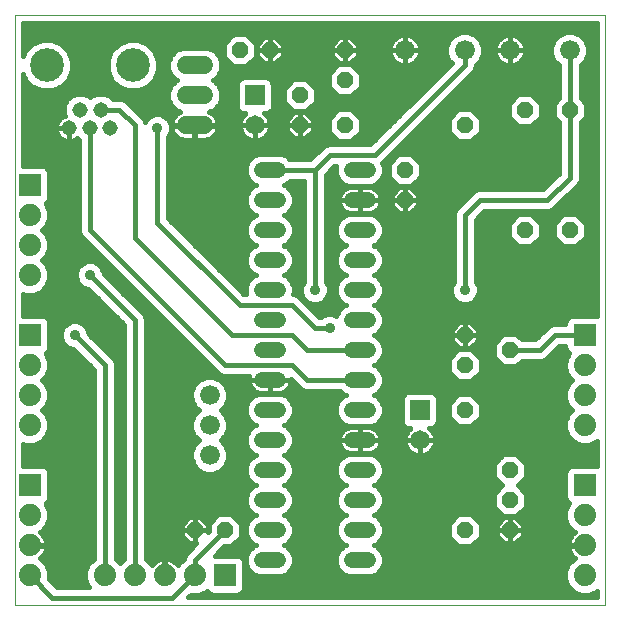
<source format=gbl>
G75*
%MOIN*%
%OFA0B0*%
%FSLAX25Y25*%
%IPPOS*%
%LPD*%
%AMOC8*
5,1,8,0,0,1.08239X$1,22.5*
%
%ADD10C,0.00000*%
%ADD11R,0.07400X0.07400*%
%ADD12C,0.07400*%
%ADD13OC8,0.05200*%
%ADD14C,0.05200*%
%ADD15C,0.06600*%
%ADD16C,0.06000*%
%ADD17R,0.06500X0.06500*%
%ADD18C,0.06500*%
%ADD19C,0.05150*%
%ADD20C,0.11220*%
%ADD21C,0.01600*%
%ADD22C,0.03562*%
D10*
X0001800Y0001800D02*
X0001800Y0198650D01*
X0198650Y0198650D01*
X0198650Y0001800D01*
X0001800Y0001800D01*
D11*
X0006800Y0041800D03*
X0006800Y0091800D03*
X0006800Y0141800D03*
X0071800Y0011800D03*
X0191800Y0041800D03*
X0191800Y0091800D03*
D12*
X0191800Y0081800D03*
X0191800Y0071800D03*
X0191800Y0061800D03*
X0191800Y0031800D03*
X0191800Y0021800D03*
X0191800Y0011800D03*
X0061800Y0011800D03*
X0051800Y0011800D03*
X0041800Y0011800D03*
X0031800Y0011800D03*
X0006800Y0011800D03*
X0006800Y0021800D03*
X0006800Y0031800D03*
X0006800Y0061800D03*
X0006800Y0071800D03*
X0006800Y0081800D03*
X0006800Y0111800D03*
X0006800Y0121800D03*
X0006800Y0131800D03*
D13*
X0076800Y0186800D03*
X0086800Y0186800D03*
X0096800Y0171800D03*
X0096800Y0161800D03*
X0111800Y0161800D03*
X0111800Y0176800D03*
X0111800Y0186800D03*
X0131800Y0146800D03*
X0131800Y0136800D03*
X0151800Y0161800D03*
X0171800Y0166800D03*
X0186800Y0166800D03*
X0186800Y0126800D03*
X0171800Y0126800D03*
X0151800Y0091800D03*
X0151800Y0081800D03*
X0151800Y0066800D03*
X0166800Y0046800D03*
X0166800Y0036800D03*
X0166800Y0026800D03*
X0151800Y0026800D03*
X0166800Y0086800D03*
X0071800Y0026800D03*
X0061800Y0026800D03*
D14*
X0084200Y0026800D02*
X0089400Y0026800D01*
X0089400Y0016800D02*
X0084200Y0016800D01*
X0084200Y0036800D02*
X0089400Y0036800D01*
X0089400Y0046800D02*
X0084200Y0046800D01*
X0084200Y0056800D02*
X0089400Y0056800D01*
X0089400Y0066800D02*
X0084200Y0066800D01*
X0084200Y0076800D02*
X0089400Y0076800D01*
X0089400Y0086800D02*
X0084200Y0086800D01*
X0084200Y0096800D02*
X0089400Y0096800D01*
X0089400Y0106800D02*
X0084200Y0106800D01*
X0084200Y0116800D02*
X0089400Y0116800D01*
X0089400Y0126800D02*
X0084200Y0126800D01*
X0084200Y0136800D02*
X0089400Y0136800D01*
X0089400Y0146800D02*
X0084200Y0146800D01*
X0114200Y0146800D02*
X0119400Y0146800D01*
X0119400Y0136800D02*
X0114200Y0136800D01*
X0114200Y0126800D02*
X0119400Y0126800D01*
X0119400Y0116800D02*
X0114200Y0116800D01*
X0114200Y0106800D02*
X0119400Y0106800D01*
X0119400Y0096800D02*
X0114200Y0096800D01*
X0114200Y0086800D02*
X0119400Y0086800D01*
X0119400Y0076800D02*
X0114200Y0076800D01*
X0114200Y0066800D02*
X0119400Y0066800D01*
X0119400Y0056800D02*
X0114200Y0056800D01*
X0114200Y0046800D02*
X0119400Y0046800D01*
X0119400Y0036800D02*
X0114200Y0036800D01*
X0114200Y0026800D02*
X0119400Y0026800D01*
X0119400Y0016800D02*
X0114200Y0016800D01*
D15*
X0066800Y0051800D03*
X0066800Y0061800D03*
X0066800Y0071800D03*
X0131800Y0186800D03*
X0151800Y0186800D03*
X0166800Y0186800D03*
X0186800Y0186800D03*
D16*
X0064800Y0181800D02*
X0058800Y0181800D01*
X0058800Y0171800D02*
X0064800Y0171800D01*
X0064800Y0161800D02*
X0058800Y0161800D01*
D17*
X0081800Y0171800D03*
X0136800Y0066800D03*
D18*
X0136800Y0056800D03*
X0081800Y0161800D03*
D19*
X0033500Y0160800D03*
X0026800Y0160800D03*
X0019800Y0160800D03*
X0023500Y0167000D03*
X0030400Y0167000D03*
D20*
X0041170Y0181800D03*
X0012430Y0181800D03*
D21*
X0018562Y0176038D02*
X0035038Y0176038D01*
X0034040Y0177036D02*
X0036406Y0174670D01*
X0039497Y0173390D01*
X0042843Y0173390D01*
X0045934Y0174670D01*
X0048300Y0177036D01*
X0049580Y0180127D01*
X0049580Y0183473D01*
X0048300Y0186564D01*
X0045934Y0188930D01*
X0042843Y0190210D01*
X0039497Y0190210D01*
X0036406Y0188930D01*
X0034040Y0186564D01*
X0032760Y0183473D01*
X0032760Y0180127D01*
X0034040Y0177036D01*
X0033792Y0177636D02*
X0019808Y0177636D01*
X0019560Y0177036D02*
X0020840Y0180127D01*
X0020840Y0183473D01*
X0019560Y0186564D01*
X0017194Y0188930D01*
X0014103Y0190210D01*
X0010757Y0190210D01*
X0007666Y0188930D01*
X0005300Y0186564D01*
X0004600Y0184874D01*
X0004600Y0195850D01*
X0195850Y0195850D01*
X0195850Y0098300D01*
X0187543Y0098300D01*
X0186514Y0097874D01*
X0185726Y0097086D01*
X0185300Y0096057D01*
X0185300Y0095400D01*
X0181084Y0095400D01*
X0179761Y0094852D01*
X0175309Y0090400D01*
X0170837Y0090400D01*
X0169037Y0092200D01*
X0164563Y0092200D01*
X0161400Y0089037D01*
X0161400Y0084563D01*
X0164563Y0081400D01*
X0169037Y0081400D01*
X0170837Y0083200D01*
X0177516Y0083200D01*
X0178839Y0083748D01*
X0179852Y0084761D01*
X0183291Y0088200D01*
X0185300Y0088200D01*
X0185300Y0087543D01*
X0185726Y0086514D01*
X0186514Y0085726D01*
X0186528Y0085720D01*
X0186290Y0085482D01*
X0185300Y0083093D01*
X0185300Y0080507D01*
X0186290Y0078118D01*
X0187608Y0076800D01*
X0186290Y0075482D01*
X0185300Y0073093D01*
X0185300Y0070507D01*
X0186290Y0068118D01*
X0187608Y0066800D01*
X0186290Y0065482D01*
X0185300Y0063093D01*
X0185300Y0060507D01*
X0186290Y0058118D01*
X0188118Y0056290D01*
X0190507Y0055300D01*
X0193093Y0055300D01*
X0195482Y0056290D01*
X0195850Y0056658D01*
X0195850Y0048300D01*
X0187543Y0048300D01*
X0186514Y0047874D01*
X0185726Y0047086D01*
X0185300Y0046057D01*
X0185300Y0037543D01*
X0185726Y0036514D01*
X0186514Y0035726D01*
X0186528Y0035720D01*
X0186290Y0035482D01*
X0185300Y0033093D01*
X0185300Y0030507D01*
X0186290Y0028118D01*
X0188118Y0026290D01*
X0188439Y0026157D01*
X0188217Y0025995D01*
X0187605Y0025383D01*
X0187096Y0024683D01*
X0186703Y0023911D01*
X0186435Y0023088D01*
X0186300Y0022233D01*
X0186300Y0022000D01*
X0191600Y0022000D01*
X0191600Y0021600D01*
X0186300Y0021600D01*
X0186300Y0021367D01*
X0186435Y0020512D01*
X0186703Y0019689D01*
X0187096Y0018917D01*
X0187605Y0018217D01*
X0188217Y0017605D01*
X0188439Y0017443D01*
X0188118Y0017310D01*
X0186290Y0015482D01*
X0185300Y0013093D01*
X0185300Y0010507D01*
X0186290Y0008118D01*
X0188118Y0006290D01*
X0190507Y0005300D01*
X0193093Y0005300D01*
X0195482Y0006290D01*
X0195850Y0006658D01*
X0195850Y0004600D01*
X0059691Y0004600D01*
X0060425Y0005334D01*
X0060507Y0005300D01*
X0063093Y0005300D01*
X0065482Y0006290D01*
X0065720Y0006528D01*
X0065726Y0006514D01*
X0066514Y0005726D01*
X0067543Y0005300D01*
X0076057Y0005300D01*
X0077086Y0005726D01*
X0077874Y0006514D01*
X0078300Y0007543D01*
X0078300Y0016057D01*
X0077874Y0017086D01*
X0077086Y0017874D01*
X0076057Y0018300D01*
X0068391Y0018300D01*
X0071491Y0021400D01*
X0074037Y0021400D01*
X0077200Y0024563D01*
X0077200Y0029037D01*
X0074037Y0032200D01*
X0069563Y0032200D01*
X0066400Y0029037D01*
X0066400Y0026491D01*
X0066200Y0026291D01*
X0066200Y0026800D01*
X0066200Y0028623D01*
X0063623Y0031200D01*
X0061800Y0031200D01*
X0061800Y0026800D01*
X0061800Y0026800D01*
X0066200Y0026800D01*
X0061800Y0026800D01*
X0061800Y0026800D01*
X0061800Y0022400D01*
X0062309Y0022400D01*
X0059761Y0019852D01*
X0058748Y0018839D01*
X0058200Y0017516D01*
X0058200Y0017344D01*
X0058118Y0017310D01*
X0056290Y0015482D01*
X0056157Y0015161D01*
X0055995Y0015383D01*
X0055383Y0015995D01*
X0054683Y0016504D01*
X0053911Y0016897D01*
X0053088Y0017165D01*
X0052233Y0017300D01*
X0052000Y0017300D01*
X0052000Y0012000D01*
X0051600Y0012000D01*
X0051600Y0017300D01*
X0051367Y0017300D01*
X0050512Y0017165D01*
X0049689Y0016897D01*
X0048917Y0016504D01*
X0048217Y0015995D01*
X0047605Y0015383D01*
X0047443Y0015161D01*
X0047310Y0015482D01*
X0045482Y0017310D01*
X0045400Y0017344D01*
X0045400Y0097516D01*
X0044852Y0098839D01*
X0031381Y0112310D01*
X0031381Y0112711D01*
X0030684Y0114395D01*
X0029395Y0115684D01*
X0027711Y0116381D01*
X0025889Y0116381D01*
X0024205Y0115684D01*
X0022916Y0114395D01*
X0022219Y0112711D01*
X0022219Y0110889D01*
X0022916Y0109205D01*
X0024205Y0107916D01*
X0025889Y0107219D01*
X0026290Y0107219D01*
X0038200Y0095309D01*
X0038200Y0017344D01*
X0038118Y0017310D01*
X0036800Y0015992D01*
X0035482Y0017310D01*
X0035400Y0017344D01*
X0035400Y0082516D01*
X0034852Y0083839D01*
X0026381Y0092310D01*
X0026381Y0092711D01*
X0025684Y0094395D01*
X0024395Y0095684D01*
X0022711Y0096381D01*
X0020889Y0096381D01*
X0019205Y0095684D01*
X0017916Y0094395D01*
X0017219Y0092711D01*
X0017219Y0090889D01*
X0017916Y0089205D01*
X0019205Y0087916D01*
X0020889Y0087219D01*
X0021290Y0087219D01*
X0028200Y0080309D01*
X0028200Y0017344D01*
X0028118Y0017310D01*
X0026290Y0015482D01*
X0025300Y0013093D01*
X0025300Y0010507D01*
X0026290Y0008118D01*
X0026508Y0007900D01*
X0015791Y0007900D01*
X0013266Y0010425D01*
X0013300Y0010507D01*
X0013300Y0013093D01*
X0012310Y0015482D01*
X0010482Y0017310D01*
X0010161Y0017443D01*
X0010383Y0017605D01*
X0010995Y0018217D01*
X0011504Y0018917D01*
X0011897Y0019689D01*
X0012165Y0020512D01*
X0012300Y0021367D01*
X0012300Y0021600D01*
X0007000Y0021600D01*
X0007000Y0022000D01*
X0012300Y0022000D01*
X0012300Y0022233D01*
X0012165Y0023088D01*
X0011897Y0023911D01*
X0011504Y0024683D01*
X0010995Y0025383D01*
X0010383Y0025995D01*
X0010161Y0026157D01*
X0010482Y0026290D01*
X0012310Y0028118D01*
X0013300Y0030507D01*
X0013300Y0033093D01*
X0012310Y0035482D01*
X0012072Y0035720D01*
X0012086Y0035726D01*
X0012874Y0036514D01*
X0013300Y0037543D01*
X0013300Y0046057D01*
X0012874Y0047086D01*
X0012086Y0047874D01*
X0011057Y0048300D01*
X0004600Y0048300D01*
X0004600Y0055676D01*
X0005507Y0055300D01*
X0008093Y0055300D01*
X0010482Y0056290D01*
X0012310Y0058118D01*
X0013300Y0060507D01*
X0013300Y0063093D01*
X0012310Y0065482D01*
X0010992Y0066800D01*
X0012310Y0068118D01*
X0013300Y0070507D01*
X0013300Y0073093D01*
X0012310Y0075482D01*
X0010992Y0076800D01*
X0012310Y0078118D01*
X0013300Y0080507D01*
X0013300Y0083093D01*
X0012310Y0085482D01*
X0012072Y0085720D01*
X0012086Y0085726D01*
X0012874Y0086514D01*
X0013300Y0087543D01*
X0013300Y0096057D01*
X0012874Y0097086D01*
X0012086Y0097874D01*
X0011057Y0098300D01*
X0004600Y0098300D01*
X0004600Y0105676D01*
X0005507Y0105300D01*
X0008093Y0105300D01*
X0010482Y0106290D01*
X0012310Y0108118D01*
X0013300Y0110507D01*
X0013300Y0113093D01*
X0012310Y0115482D01*
X0010992Y0116800D01*
X0012310Y0118118D01*
X0013300Y0120507D01*
X0013300Y0123093D01*
X0012310Y0125482D01*
X0010992Y0126800D01*
X0012310Y0128118D01*
X0013300Y0130507D01*
X0013300Y0133093D01*
X0012310Y0135482D01*
X0012072Y0135720D01*
X0012086Y0135726D01*
X0012874Y0136514D01*
X0013300Y0137543D01*
X0013300Y0146057D01*
X0012874Y0147086D01*
X0012086Y0147874D01*
X0011057Y0148300D01*
X0004600Y0148300D01*
X0004600Y0178726D01*
X0005300Y0177036D01*
X0007666Y0174670D01*
X0010757Y0173390D01*
X0014103Y0173390D01*
X0017194Y0174670D01*
X0019560Y0177036D01*
X0020471Y0179235D02*
X0033129Y0179235D01*
X0032760Y0180833D02*
X0020840Y0180833D01*
X0020840Y0182432D02*
X0032760Y0182432D01*
X0032991Y0184030D02*
X0020609Y0184030D01*
X0019947Y0185629D02*
X0033653Y0185629D01*
X0034704Y0187227D02*
X0018896Y0187227D01*
X0017298Y0188826D02*
X0036302Y0188826D01*
X0046038Y0188826D02*
X0071400Y0188826D01*
X0071400Y0189037D02*
X0071400Y0184563D01*
X0074563Y0181400D01*
X0079037Y0181400D01*
X0082200Y0184563D01*
X0082200Y0189037D01*
X0079037Y0192200D01*
X0074563Y0192200D01*
X0071400Y0189037D01*
X0071400Y0187227D02*
X0066853Y0187227D01*
X0065954Y0187600D02*
X0068085Y0186717D01*
X0069717Y0185085D01*
X0070600Y0182954D01*
X0070600Y0180646D01*
X0069717Y0178515D01*
X0068085Y0176883D01*
X0067885Y0176800D01*
X0068085Y0176717D01*
X0069717Y0175085D01*
X0070600Y0172954D01*
X0070600Y0170646D01*
X0069717Y0168515D01*
X0068085Y0166883D01*
X0066592Y0166265D01*
X0066643Y0166248D01*
X0067316Y0165905D01*
X0067927Y0165461D01*
X0068461Y0164927D01*
X0068905Y0164316D01*
X0069248Y0163643D01*
X0069482Y0162924D01*
X0069600Y0162178D01*
X0069600Y0162000D01*
X0062000Y0162000D01*
X0062000Y0161600D01*
X0069600Y0161600D01*
X0069600Y0161422D01*
X0069482Y0160676D01*
X0069248Y0159957D01*
X0068905Y0159284D01*
X0068461Y0158673D01*
X0067927Y0158139D01*
X0067316Y0157695D01*
X0066643Y0157352D01*
X0065924Y0157118D01*
X0065178Y0157000D01*
X0062000Y0157000D01*
X0062000Y0161600D01*
X0061600Y0161600D01*
X0061600Y0157000D01*
X0058422Y0157000D01*
X0057676Y0157118D01*
X0056957Y0157352D01*
X0056284Y0157695D01*
X0055673Y0158139D01*
X0055139Y0158673D01*
X0054695Y0159284D01*
X0054352Y0159957D01*
X0054118Y0160676D01*
X0054000Y0161422D01*
X0054000Y0161600D01*
X0061600Y0161600D01*
X0061600Y0162000D01*
X0054000Y0162000D01*
X0054000Y0162178D01*
X0054118Y0162924D01*
X0054352Y0163643D01*
X0054695Y0164316D01*
X0055139Y0164927D01*
X0055673Y0165461D01*
X0056284Y0165905D01*
X0056957Y0166248D01*
X0057008Y0166265D01*
X0055515Y0166883D01*
X0053883Y0168515D01*
X0053000Y0170646D01*
X0053000Y0172954D01*
X0053883Y0175085D01*
X0055515Y0176717D01*
X0055715Y0176800D01*
X0055515Y0176883D01*
X0053883Y0178515D01*
X0053000Y0180646D01*
X0053000Y0182954D01*
X0053883Y0185085D01*
X0055515Y0186717D01*
X0057646Y0187600D01*
X0065954Y0187600D01*
X0069174Y0185629D02*
X0071400Y0185629D01*
X0071933Y0184030D02*
X0070154Y0184030D01*
X0070600Y0182432D02*
X0073531Y0182432D01*
X0070600Y0180833D02*
X0108197Y0180833D01*
X0109563Y0182200D02*
X0106400Y0179037D01*
X0106400Y0174563D01*
X0109563Y0171400D01*
X0114037Y0171400D01*
X0117200Y0174563D01*
X0117200Y0179037D01*
X0114037Y0182200D01*
X0109563Y0182200D01*
X0109946Y0182432D02*
X0088654Y0182432D01*
X0088623Y0182400D02*
X0091200Y0184977D01*
X0091200Y0186800D01*
X0091200Y0188623D01*
X0088623Y0191200D01*
X0086800Y0191200D01*
X0086800Y0186800D01*
X0091200Y0186800D01*
X0086800Y0186800D01*
X0086800Y0186800D01*
X0086800Y0186800D01*
X0086800Y0182400D01*
X0088623Y0182400D01*
X0086800Y0182400D02*
X0086800Y0186800D01*
X0086800Y0186800D01*
X0086800Y0186800D01*
X0082400Y0186800D01*
X0082400Y0188623D01*
X0084977Y0191200D01*
X0086800Y0191200D01*
X0086800Y0186800D01*
X0082400Y0186800D01*
X0082400Y0184977D01*
X0084977Y0182400D01*
X0086800Y0182400D01*
X0086800Y0182432D02*
X0086800Y0182432D01*
X0086800Y0184030D02*
X0086800Y0184030D01*
X0086800Y0185629D02*
X0086800Y0185629D01*
X0086800Y0187227D02*
X0086800Y0187227D01*
X0086800Y0188826D02*
X0086800Y0188826D01*
X0086800Y0190424D02*
X0086800Y0190424D01*
X0089398Y0190424D02*
X0109202Y0190424D01*
X0109977Y0191200D02*
X0107400Y0188623D01*
X0107400Y0186800D01*
X0111800Y0186800D01*
X0111800Y0186800D01*
X0111800Y0191200D01*
X0113623Y0191200D01*
X0116200Y0188623D01*
X0116200Y0186800D01*
X0111800Y0186800D01*
X0111800Y0186800D01*
X0111800Y0186800D01*
X0111800Y0191200D01*
X0109977Y0191200D01*
X0111800Y0190424D02*
X0111800Y0190424D01*
X0111800Y0188826D02*
X0111800Y0188826D01*
X0111800Y0187227D02*
X0111800Y0187227D01*
X0111800Y0186800D02*
X0107400Y0186800D01*
X0107400Y0184977D01*
X0109977Y0182400D01*
X0111800Y0182400D01*
X0113623Y0182400D01*
X0116200Y0184977D01*
X0116200Y0186800D01*
X0111800Y0186800D01*
X0111800Y0182400D01*
X0111800Y0186800D01*
X0111800Y0186800D01*
X0111800Y0185629D02*
X0111800Y0185629D01*
X0111800Y0184030D02*
X0111800Y0184030D01*
X0111800Y0182432D02*
X0111800Y0182432D01*
X0113654Y0182432D02*
X0129139Y0182432D01*
X0129127Y0182438D02*
X0129842Y0182074D01*
X0130606Y0181826D01*
X0131399Y0181700D01*
X0131800Y0181700D01*
X0132201Y0181700D01*
X0132994Y0181826D01*
X0133758Y0182074D01*
X0134473Y0182438D01*
X0135122Y0182910D01*
X0135690Y0183478D01*
X0136162Y0184127D01*
X0136526Y0184842D01*
X0136774Y0185606D01*
X0136900Y0186399D01*
X0136900Y0186800D01*
X0136900Y0187201D01*
X0136774Y0187994D01*
X0136526Y0188758D01*
X0136162Y0189473D01*
X0135690Y0190122D01*
X0135122Y0190690D01*
X0134473Y0191162D01*
X0133758Y0191526D01*
X0132994Y0191774D01*
X0132201Y0191900D01*
X0131800Y0191900D01*
X0131800Y0186800D01*
X0136900Y0186800D01*
X0131800Y0186800D01*
X0131800Y0186800D01*
X0131800Y0186800D01*
X0131800Y0181700D01*
X0131800Y0186800D01*
X0131800Y0186800D01*
X0131800Y0186800D01*
X0126700Y0186800D01*
X0126700Y0187201D01*
X0126826Y0187994D01*
X0127074Y0188758D01*
X0127438Y0189473D01*
X0127910Y0190122D01*
X0128478Y0190690D01*
X0129127Y0191162D01*
X0129842Y0191526D01*
X0130606Y0191774D01*
X0131399Y0191900D01*
X0131800Y0191900D01*
X0131800Y0186800D01*
X0126700Y0186800D01*
X0126700Y0186399D01*
X0126826Y0185606D01*
X0127074Y0184842D01*
X0127438Y0184127D01*
X0127910Y0183478D01*
X0128478Y0182910D01*
X0129127Y0182438D01*
X0127508Y0184030D02*
X0115253Y0184030D01*
X0116200Y0185629D02*
X0126822Y0185629D01*
X0126704Y0187227D02*
X0116200Y0187227D01*
X0115997Y0188826D02*
X0127108Y0188826D01*
X0128212Y0190424D02*
X0114398Y0190424D01*
X0107603Y0188826D02*
X0090997Y0188826D01*
X0091200Y0187227D02*
X0107400Y0187227D01*
X0107400Y0185629D02*
X0091200Y0185629D01*
X0090253Y0184030D02*
X0108347Y0184030D01*
X0106598Y0179235D02*
X0070015Y0179235D01*
X0068839Y0177636D02*
X0077477Y0177636D01*
X0076964Y0177424D02*
X0076176Y0176636D01*
X0075750Y0175607D01*
X0075750Y0167993D01*
X0076176Y0166964D01*
X0076964Y0166176D01*
X0077993Y0165750D01*
X0078645Y0165750D01*
X0078510Y0165652D01*
X0077948Y0165090D01*
X0077481Y0164447D01*
X0077120Y0163739D01*
X0076874Y0162983D01*
X0076750Y0162197D01*
X0076750Y0161800D01*
X0081800Y0161800D01*
X0086850Y0161800D01*
X0086850Y0162197D01*
X0086726Y0162983D01*
X0086480Y0163739D01*
X0086119Y0164447D01*
X0085652Y0165090D01*
X0085090Y0165652D01*
X0084955Y0165750D01*
X0085607Y0165750D01*
X0086636Y0166176D01*
X0087424Y0166964D01*
X0087850Y0167993D01*
X0087850Y0175607D01*
X0087424Y0176636D01*
X0086636Y0177424D01*
X0085607Y0177850D01*
X0077993Y0177850D01*
X0076964Y0177424D01*
X0075928Y0176038D02*
X0068765Y0176038D01*
X0069985Y0174439D02*
X0075750Y0174439D01*
X0075750Y0172841D02*
X0070600Y0172841D01*
X0070600Y0171242D02*
X0075750Y0171242D01*
X0075750Y0169644D02*
X0070185Y0169644D01*
X0069248Y0168045D02*
X0075750Y0168045D01*
X0076694Y0166447D02*
X0067032Y0166447D01*
X0068518Y0164848D02*
X0077772Y0164848D01*
X0076961Y0163250D02*
X0069376Y0163250D01*
X0069279Y0160053D02*
X0077058Y0160053D01*
X0077120Y0159861D02*
X0077481Y0159153D01*
X0077948Y0158510D01*
X0078510Y0157948D01*
X0079153Y0157481D01*
X0079861Y0157120D01*
X0080617Y0156874D01*
X0081403Y0156750D01*
X0081800Y0156750D01*
X0082197Y0156750D01*
X0082983Y0156874D01*
X0083739Y0157120D01*
X0084447Y0157481D01*
X0085090Y0157948D01*
X0085652Y0158510D01*
X0086119Y0159153D01*
X0086480Y0159861D01*
X0086726Y0160617D01*
X0086850Y0161403D01*
X0086850Y0161800D01*
X0081800Y0161800D01*
X0081800Y0161800D01*
X0081800Y0161800D01*
X0081800Y0156750D01*
X0081800Y0161800D01*
X0081800Y0161800D01*
X0076750Y0161800D01*
X0076750Y0161403D01*
X0076874Y0160617D01*
X0077120Y0159861D01*
X0078004Y0158454D02*
X0068242Y0158454D01*
X0062000Y0158454D02*
X0061600Y0158454D01*
X0061600Y0160053D02*
X0062000Y0160053D01*
X0062000Y0161651D02*
X0076750Y0161651D01*
X0081800Y0161651D02*
X0081800Y0161651D01*
X0081800Y0160053D02*
X0081800Y0160053D01*
X0081800Y0158454D02*
X0081800Y0158454D01*
X0081800Y0156856D02*
X0081800Y0156856D01*
X0082864Y0156856D02*
X0109108Y0156856D01*
X0109563Y0156400D02*
X0114037Y0156400D01*
X0117200Y0159563D01*
X0117200Y0164037D01*
X0114037Y0167200D01*
X0109563Y0167200D01*
X0106400Y0164037D01*
X0106400Y0159563D01*
X0109563Y0156400D01*
X0107509Y0158454D02*
X0099677Y0158454D01*
X0098623Y0157400D02*
X0101200Y0159977D01*
X0101200Y0161800D01*
X0101200Y0163623D01*
X0098623Y0166200D01*
X0096800Y0166200D01*
X0096800Y0161800D01*
X0096800Y0161800D01*
X0101200Y0161800D01*
X0096800Y0161800D01*
X0096800Y0161800D01*
X0096800Y0161800D01*
X0092400Y0161800D01*
X0092400Y0163623D01*
X0094977Y0166200D01*
X0096800Y0166200D01*
X0096800Y0161800D01*
X0096800Y0157400D01*
X0098623Y0157400D01*
X0096800Y0157400D02*
X0096800Y0161800D01*
X0096800Y0161800D01*
X0092400Y0161800D01*
X0092400Y0159977D01*
X0094977Y0157400D01*
X0096800Y0157400D01*
X0096800Y0158454D02*
X0096800Y0158454D01*
X0096800Y0160053D02*
X0096800Y0160053D01*
X0096800Y0161651D02*
X0096800Y0161651D01*
X0096800Y0163250D02*
X0096800Y0163250D01*
X0096800Y0164848D02*
X0096800Y0164848D01*
X0094563Y0166400D02*
X0099037Y0166400D01*
X0102200Y0169563D01*
X0102200Y0174037D01*
X0099037Y0177200D01*
X0094563Y0177200D01*
X0091400Y0174037D01*
X0091400Y0169563D01*
X0094563Y0166400D01*
X0094517Y0166447D02*
X0086906Y0166447D01*
X0087850Y0168045D02*
X0092918Y0168045D01*
X0091400Y0169644D02*
X0087850Y0169644D01*
X0087850Y0171242D02*
X0091400Y0171242D01*
X0091400Y0172841D02*
X0087850Y0172841D01*
X0087850Y0174439D02*
X0091802Y0174439D01*
X0093401Y0176038D02*
X0087672Y0176038D01*
X0086123Y0177636D02*
X0106400Y0177636D01*
X0106400Y0176038D02*
X0100199Y0176038D01*
X0101798Y0174439D02*
X0106524Y0174439D01*
X0108123Y0172841D02*
X0102200Y0172841D01*
X0102200Y0171242D02*
X0136151Y0171242D01*
X0134553Y0169644D02*
X0102200Y0169644D01*
X0100682Y0168045D02*
X0132954Y0168045D01*
X0131356Y0166447D02*
X0114790Y0166447D01*
X0116389Y0164848D02*
X0129757Y0164848D01*
X0128158Y0163250D02*
X0117200Y0163250D01*
X0117200Y0161651D02*
X0126560Y0161651D01*
X0124961Y0160053D02*
X0117200Y0160053D01*
X0116091Y0158454D02*
X0123363Y0158454D01*
X0121764Y0156856D02*
X0114492Y0156856D01*
X0120309Y0155400D02*
X0106084Y0155400D01*
X0104761Y0154852D01*
X0100309Y0150400D01*
X0093437Y0150400D01*
X0092459Y0151378D01*
X0090474Y0152200D01*
X0083126Y0152200D01*
X0081141Y0151378D01*
X0079622Y0149859D01*
X0078800Y0147874D01*
X0078800Y0145726D01*
X0079622Y0143741D01*
X0081141Y0142222D01*
X0082160Y0141800D01*
X0081141Y0141378D01*
X0079622Y0139859D01*
X0078800Y0137874D01*
X0078800Y0135726D01*
X0079622Y0133741D01*
X0081141Y0132222D01*
X0082160Y0131800D01*
X0081141Y0131378D01*
X0079622Y0129859D01*
X0078800Y0127874D01*
X0078800Y0125726D01*
X0079622Y0123741D01*
X0081141Y0122222D01*
X0082160Y0121800D01*
X0081141Y0121378D01*
X0079622Y0119859D01*
X0078800Y0117874D01*
X0078800Y0115726D01*
X0079622Y0113741D01*
X0081141Y0112222D01*
X0082160Y0111800D01*
X0081141Y0111378D01*
X0079622Y0109859D01*
X0078800Y0107874D01*
X0078800Y0105726D01*
X0078935Y0105400D01*
X0078291Y0105400D01*
X0052900Y0130791D01*
X0052900Y0157921D01*
X0053184Y0158205D01*
X0053881Y0159889D01*
X0053881Y0161711D01*
X0053184Y0163395D01*
X0051895Y0164684D01*
X0050211Y0165381D01*
X0048389Y0165381D01*
X0046705Y0164684D01*
X0045416Y0163395D01*
X0045226Y0162936D01*
X0044852Y0163839D01*
X0043839Y0164852D01*
X0038639Y0170052D01*
X0037316Y0170600D01*
X0034401Y0170600D01*
X0033445Y0171557D01*
X0031469Y0172375D01*
X0029331Y0172375D01*
X0027355Y0171557D01*
X0026950Y0171151D01*
X0026545Y0171557D01*
X0024569Y0172375D01*
X0022431Y0172375D01*
X0020455Y0171557D01*
X0018943Y0170045D01*
X0018125Y0168069D01*
X0018125Y0165931D01*
X0018518Y0164983D01*
X0018121Y0164854D01*
X0017507Y0164542D01*
X0016950Y0164137D01*
X0016463Y0163650D01*
X0016058Y0163093D01*
X0015746Y0162479D01*
X0015533Y0161824D01*
X0015425Y0161144D01*
X0015425Y0160800D01*
X0019800Y0160800D01*
X0019800Y0156425D01*
X0020144Y0156425D01*
X0020824Y0156533D01*
X0021479Y0156746D01*
X0022093Y0157058D01*
X0022584Y0157415D01*
X0023200Y0156799D01*
X0023200Y0126084D01*
X0023748Y0124761D01*
X0068748Y0079761D01*
X0069761Y0078748D01*
X0071084Y0078200D01*
X0080028Y0078200D01*
X0079908Y0077830D01*
X0079800Y0077146D01*
X0079800Y0076800D01*
X0086800Y0076800D01*
X0093800Y0076800D01*
X0093800Y0077146D01*
X0093788Y0077221D01*
X0096248Y0074761D01*
X0097261Y0073748D01*
X0098584Y0073200D01*
X0110163Y0073200D01*
X0111141Y0072222D01*
X0112160Y0071800D01*
X0111141Y0071378D01*
X0109622Y0069859D01*
X0108800Y0067874D01*
X0108800Y0065726D01*
X0109622Y0063741D01*
X0111141Y0062222D01*
X0113126Y0061400D01*
X0120474Y0061400D01*
X0122459Y0062222D01*
X0123978Y0063741D01*
X0124800Y0065726D01*
X0124800Y0067874D01*
X0123978Y0069859D01*
X0122459Y0071378D01*
X0121440Y0071800D01*
X0122459Y0072222D01*
X0123978Y0073741D01*
X0124800Y0075726D01*
X0124800Y0077874D01*
X0123978Y0079859D01*
X0122459Y0081378D01*
X0121440Y0081800D01*
X0122459Y0082222D01*
X0123978Y0083741D01*
X0124800Y0085726D01*
X0124800Y0087874D01*
X0123978Y0089859D01*
X0122459Y0091378D01*
X0121440Y0091800D01*
X0122459Y0092222D01*
X0123978Y0093741D01*
X0124800Y0095726D01*
X0124800Y0097874D01*
X0123978Y0099859D01*
X0122459Y0101378D01*
X0121440Y0101800D01*
X0122459Y0102222D01*
X0123978Y0103741D01*
X0124800Y0105726D01*
X0124800Y0107874D01*
X0123978Y0109859D01*
X0122459Y0111378D01*
X0121440Y0111800D01*
X0122459Y0112222D01*
X0123978Y0113741D01*
X0124800Y0115726D01*
X0124800Y0117874D01*
X0123978Y0119859D01*
X0122459Y0121378D01*
X0121440Y0121800D01*
X0122459Y0122222D01*
X0123978Y0123741D01*
X0124800Y0125726D01*
X0124800Y0127874D01*
X0123978Y0129859D01*
X0122459Y0131378D01*
X0120474Y0132200D01*
X0113126Y0132200D01*
X0111141Y0131378D01*
X0109622Y0129859D01*
X0108800Y0127874D01*
X0108800Y0125726D01*
X0109622Y0123741D01*
X0111141Y0122222D01*
X0112160Y0121800D01*
X0111141Y0121378D01*
X0109622Y0119859D01*
X0108800Y0117874D01*
X0108800Y0115726D01*
X0109622Y0113741D01*
X0111141Y0112222D01*
X0112160Y0111800D01*
X0111141Y0111378D01*
X0109622Y0109859D01*
X0108800Y0107874D01*
X0108800Y0105726D01*
X0109622Y0103741D01*
X0111141Y0102222D01*
X0112160Y0101800D01*
X0111141Y0101378D01*
X0109622Y0099859D01*
X0108997Y0098349D01*
X0107711Y0098881D01*
X0105889Y0098881D01*
X0104205Y0098184D01*
X0103921Y0097900D01*
X0103291Y0097900D01*
X0097352Y0103839D01*
X0096339Y0104852D01*
X0095016Y0105400D01*
X0094665Y0105400D01*
X0094800Y0105726D01*
X0094800Y0107874D01*
X0093978Y0109859D01*
X0092459Y0111378D01*
X0091440Y0111800D01*
X0092459Y0112222D01*
X0093978Y0113741D01*
X0094800Y0115726D01*
X0094800Y0117874D01*
X0093978Y0119859D01*
X0092459Y0121378D01*
X0091440Y0121800D01*
X0092459Y0122222D01*
X0093978Y0123741D01*
X0094800Y0125726D01*
X0094800Y0127874D01*
X0093978Y0129859D01*
X0092459Y0131378D01*
X0091440Y0131800D01*
X0092459Y0132222D01*
X0093978Y0133741D01*
X0094800Y0135726D01*
X0094800Y0137874D01*
X0093978Y0139859D01*
X0092459Y0141378D01*
X0091440Y0141800D01*
X0092459Y0142222D01*
X0093437Y0143200D01*
X0098200Y0143200D01*
X0098200Y0109679D01*
X0097916Y0109395D01*
X0097219Y0107711D01*
X0097219Y0105889D01*
X0097916Y0104205D01*
X0099205Y0102916D01*
X0100889Y0102219D01*
X0102711Y0102219D01*
X0104395Y0102916D01*
X0105684Y0104205D01*
X0106381Y0105889D01*
X0106381Y0107711D01*
X0105684Y0109395D01*
X0105400Y0109679D01*
X0105400Y0145309D01*
X0108291Y0148200D01*
X0108935Y0148200D01*
X0108800Y0147874D01*
X0108800Y0145726D01*
X0109622Y0143741D01*
X0111141Y0142222D01*
X0113126Y0141400D01*
X0120474Y0141400D01*
X0122459Y0142222D01*
X0123978Y0143741D01*
X0124800Y0145726D01*
X0124800Y0147874D01*
X0124263Y0149171D01*
X0124852Y0149761D01*
X0154852Y0179761D01*
X0155400Y0181084D01*
X0155400Y0181773D01*
X0156971Y0183345D01*
X0157900Y0185587D01*
X0157900Y0188013D01*
X0156971Y0190255D01*
X0155255Y0191971D01*
X0153013Y0192900D01*
X0150587Y0192900D01*
X0148345Y0191971D01*
X0146629Y0190255D01*
X0145700Y0188013D01*
X0145700Y0185587D01*
X0146629Y0183345D01*
X0147441Y0182532D01*
X0120309Y0155400D01*
X0121800Y0151800D02*
X0106800Y0151800D01*
X0101800Y0146800D01*
X0101800Y0106800D01*
X0097711Y0108900D02*
X0094375Y0108900D01*
X0094800Y0107302D02*
X0097219Y0107302D01*
X0097296Y0105703D02*
X0094791Y0105703D01*
X0097086Y0104105D02*
X0098017Y0104105D01*
X0098685Y0102506D02*
X0100195Y0102506D01*
X0100283Y0100908D02*
X0110671Y0100908D01*
X0110857Y0102506D02*
X0103405Y0102506D01*
X0105583Y0104105D02*
X0109471Y0104105D01*
X0108809Y0105703D02*
X0106304Y0105703D01*
X0106381Y0107302D02*
X0108800Y0107302D01*
X0109225Y0108900D02*
X0105889Y0108900D01*
X0105400Y0110499D02*
X0110262Y0110499D01*
X0111442Y0112097D02*
X0105400Y0112097D01*
X0105400Y0113696D02*
X0109667Y0113696D01*
X0108979Y0115294D02*
X0105400Y0115294D01*
X0105400Y0116893D02*
X0108800Y0116893D01*
X0109056Y0118491D02*
X0105400Y0118491D01*
X0105400Y0120090D02*
X0109853Y0120090D01*
X0111891Y0121688D02*
X0105400Y0121688D01*
X0105400Y0123287D02*
X0110076Y0123287D01*
X0109148Y0124885D02*
X0105400Y0124885D01*
X0105400Y0126484D02*
X0108800Y0126484D01*
X0108886Y0128082D02*
X0105400Y0128082D01*
X0105400Y0129681D02*
X0109548Y0129681D01*
X0111043Y0131279D02*
X0105400Y0131279D01*
X0105400Y0132878D02*
X0112206Y0132878D01*
X0112511Y0132722D02*
X0111894Y0133037D01*
X0111334Y0133444D01*
X0110844Y0133934D01*
X0110437Y0134494D01*
X0110122Y0135111D01*
X0109908Y0135770D01*
X0109800Y0136454D01*
X0109800Y0136800D01*
X0116800Y0136800D01*
X0116800Y0136800D01*
X0116800Y0141200D01*
X0119746Y0141200D01*
X0120430Y0141092D01*
X0121089Y0140878D01*
X0121706Y0140563D01*
X0122266Y0140156D01*
X0122756Y0139666D01*
X0123163Y0139106D01*
X0123478Y0138489D01*
X0123692Y0137830D01*
X0123800Y0137146D01*
X0123800Y0136800D01*
X0116800Y0136800D01*
X0116800Y0136800D01*
X0116800Y0132400D01*
X0119746Y0132400D01*
X0120430Y0132508D01*
X0121089Y0132722D01*
X0121706Y0133037D01*
X0122266Y0133444D01*
X0122756Y0133934D01*
X0123163Y0134494D01*
X0123478Y0135111D01*
X0123692Y0135770D01*
X0123800Y0136454D01*
X0123800Y0136800D01*
X0116800Y0136800D01*
X0116800Y0136800D01*
X0116800Y0136800D01*
X0116800Y0141200D01*
X0113854Y0141200D01*
X0113170Y0141092D01*
X0112511Y0140878D01*
X0111894Y0140563D01*
X0111334Y0140156D01*
X0110844Y0139666D01*
X0110437Y0139106D01*
X0110122Y0138489D01*
X0109908Y0137830D01*
X0109800Y0137146D01*
X0109800Y0136800D01*
X0116800Y0136800D01*
X0116800Y0132400D01*
X0113854Y0132400D01*
X0113170Y0132508D01*
X0112511Y0132722D01*
X0110449Y0134476D02*
X0105400Y0134476D01*
X0105400Y0136075D02*
X0109860Y0136075D01*
X0109884Y0137673D02*
X0105400Y0137673D01*
X0105400Y0139272D02*
X0110557Y0139272D01*
X0112497Y0140870D02*
X0105400Y0140870D01*
X0105400Y0142469D02*
X0110894Y0142469D01*
X0109487Y0144068D02*
X0105400Y0144068D01*
X0105757Y0145666D02*
X0108825Y0145666D01*
X0108800Y0147265D02*
X0107356Y0147265D01*
X0101800Y0146800D02*
X0086800Y0146800D01*
X0082788Y0152060D02*
X0052900Y0152060D01*
X0052900Y0150462D02*
X0080225Y0150462D01*
X0079210Y0148863D02*
X0052900Y0148863D01*
X0052900Y0147265D02*
X0078800Y0147265D01*
X0078825Y0145666D02*
X0052900Y0145666D01*
X0052900Y0144068D02*
X0079487Y0144068D01*
X0080894Y0142469D02*
X0052900Y0142469D01*
X0052900Y0140870D02*
X0080634Y0140870D01*
X0079379Y0139272D02*
X0052900Y0139272D01*
X0052900Y0137673D02*
X0078800Y0137673D01*
X0078800Y0136075D02*
X0052900Y0136075D01*
X0052900Y0134476D02*
X0079318Y0134476D01*
X0080485Y0132878D02*
X0052900Y0132878D01*
X0052900Y0131279D02*
X0081043Y0131279D01*
X0079548Y0129681D02*
X0054010Y0129681D01*
X0055609Y0128082D02*
X0078886Y0128082D01*
X0078800Y0126484D02*
X0057207Y0126484D01*
X0058806Y0124885D02*
X0079148Y0124885D01*
X0080076Y0123287D02*
X0060404Y0123287D01*
X0062003Y0121688D02*
X0081891Y0121688D01*
X0079853Y0120090D02*
X0063601Y0120090D01*
X0065200Y0118491D02*
X0079056Y0118491D01*
X0078800Y0116893D02*
X0066798Y0116893D01*
X0068397Y0115294D02*
X0078979Y0115294D01*
X0079667Y0113696D02*
X0069995Y0113696D01*
X0071594Y0112097D02*
X0081442Y0112097D01*
X0080262Y0110499D02*
X0073192Y0110499D01*
X0074791Y0108900D02*
X0079225Y0108900D01*
X0078800Y0107302D02*
X0076389Y0107302D01*
X0077988Y0105703D02*
X0078809Y0105703D01*
X0076800Y0101800D02*
X0049300Y0129300D01*
X0049300Y0160800D01*
X0047102Y0164848D02*
X0043843Y0164848D01*
X0045096Y0163250D02*
X0045356Y0163250D01*
X0042244Y0166447D02*
X0056568Y0166447D01*
X0055082Y0164848D02*
X0051498Y0164848D01*
X0053244Y0163250D02*
X0054224Y0163250D01*
X0053881Y0161651D02*
X0061600Y0161651D01*
X0055358Y0158454D02*
X0053287Y0158454D01*
X0052900Y0156856D02*
X0080736Y0156856D01*
X0085596Y0158454D02*
X0093923Y0158454D01*
X0092400Y0160053D02*
X0086542Y0160053D01*
X0086850Y0161651D02*
X0092400Y0161651D01*
X0092400Y0163250D02*
X0086639Y0163250D01*
X0085828Y0164848D02*
X0093626Y0164848D01*
X0099083Y0166447D02*
X0108810Y0166447D01*
X0107211Y0164848D02*
X0099974Y0164848D01*
X0101200Y0163250D02*
X0106400Y0163250D01*
X0106400Y0161651D02*
X0101200Y0161651D01*
X0101200Y0160053D02*
X0106400Y0160053D01*
X0105739Y0155257D02*
X0052900Y0155257D01*
X0052900Y0153659D02*
X0103567Y0153659D01*
X0101969Y0152060D02*
X0090812Y0152060D01*
X0093375Y0150462D02*
X0100370Y0150462D01*
X0098200Y0142469D02*
X0092706Y0142469D01*
X0092966Y0140870D02*
X0098200Y0140870D01*
X0098200Y0139272D02*
X0094221Y0139272D01*
X0094800Y0137673D02*
X0098200Y0137673D01*
X0098200Y0136075D02*
X0094800Y0136075D01*
X0094282Y0134476D02*
X0098200Y0134476D01*
X0098200Y0132878D02*
X0093115Y0132878D01*
X0092557Y0131279D02*
X0098200Y0131279D01*
X0098200Y0129681D02*
X0094052Y0129681D01*
X0094714Y0128082D02*
X0098200Y0128082D01*
X0098200Y0126484D02*
X0094800Y0126484D01*
X0094452Y0124885D02*
X0098200Y0124885D01*
X0098200Y0123287D02*
X0093524Y0123287D01*
X0091709Y0121688D02*
X0098200Y0121688D01*
X0098200Y0120090D02*
X0093747Y0120090D01*
X0094544Y0118491D02*
X0098200Y0118491D01*
X0098200Y0116893D02*
X0094800Y0116893D01*
X0094621Y0115294D02*
X0098200Y0115294D01*
X0098200Y0113696D02*
X0093933Y0113696D01*
X0092157Y0112097D02*
X0098200Y0112097D01*
X0098200Y0110499D02*
X0093338Y0110499D01*
X0094300Y0101800D02*
X0076800Y0101800D01*
X0074300Y0091800D02*
X0094300Y0091800D01*
X0099300Y0086800D01*
X0116800Y0086800D01*
X0122520Y0091317D02*
X0147400Y0091317D01*
X0147400Y0091800D02*
X0147400Y0089977D01*
X0149977Y0087400D01*
X0151800Y0087400D01*
X0153623Y0087400D01*
X0156200Y0089977D01*
X0156200Y0091800D01*
X0156200Y0093623D01*
X0153623Y0096200D01*
X0151800Y0096200D01*
X0151800Y0091800D01*
X0151800Y0091800D01*
X0156200Y0091800D01*
X0151800Y0091800D01*
X0151800Y0091800D01*
X0151800Y0091800D01*
X0147400Y0091800D01*
X0147400Y0093623D01*
X0149977Y0096200D01*
X0151800Y0096200D01*
X0151800Y0091800D01*
X0151800Y0087400D01*
X0151800Y0091800D01*
X0151800Y0091800D01*
X0147400Y0091800D01*
X0147400Y0092915D02*
X0123152Y0092915D01*
X0124298Y0094514D02*
X0148291Y0094514D01*
X0149890Y0096112D02*
X0124800Y0096112D01*
X0124800Y0097711D02*
X0186351Y0097711D01*
X0185323Y0096112D02*
X0153710Y0096112D01*
X0151800Y0096112D02*
X0151800Y0096112D01*
X0151800Y0094514D02*
X0151800Y0094514D01*
X0151800Y0092915D02*
X0151800Y0092915D01*
X0151800Y0091317D02*
X0151800Y0091317D01*
X0151800Y0089718D02*
X0151800Y0089718D01*
X0151800Y0088120D02*
X0151800Y0088120D01*
X0154037Y0087200D02*
X0149563Y0087200D01*
X0146400Y0084037D01*
X0146400Y0079563D01*
X0149563Y0076400D01*
X0154037Y0076400D01*
X0157200Y0079563D01*
X0157200Y0084037D01*
X0154037Y0087200D01*
X0154716Y0086521D02*
X0161400Y0086521D01*
X0161400Y0084923D02*
X0156314Y0084923D01*
X0157200Y0083324D02*
X0162639Y0083324D01*
X0164238Y0081726D02*
X0157200Y0081726D01*
X0157200Y0080127D02*
X0185457Y0080127D01*
X0185300Y0081726D02*
X0169362Y0081726D01*
X0166800Y0086800D02*
X0176800Y0086800D01*
X0181800Y0091800D01*
X0191800Y0091800D01*
X0185300Y0088120D02*
X0183211Y0088120D01*
X0181612Y0086521D02*
X0185723Y0086521D01*
X0186058Y0084923D02*
X0180014Y0084923D01*
X0177816Y0083324D02*
X0185396Y0083324D01*
X0186120Y0078529D02*
X0156165Y0078529D01*
X0154567Y0076930D02*
X0187478Y0076930D01*
X0186227Y0075332D02*
X0124637Y0075332D01*
X0124800Y0076930D02*
X0149033Y0076930D01*
X0147435Y0078529D02*
X0124529Y0078529D01*
X0123710Y0080127D02*
X0146400Y0080127D01*
X0146400Y0081726D02*
X0121619Y0081726D01*
X0123561Y0083324D02*
X0146400Y0083324D01*
X0147286Y0084923D02*
X0124467Y0084923D01*
X0124800Y0086521D02*
X0148884Y0086521D01*
X0149258Y0088120D02*
X0124698Y0088120D01*
X0124036Y0089718D02*
X0147659Y0089718D01*
X0154342Y0088120D02*
X0161400Y0088120D01*
X0162081Y0089718D02*
X0155941Y0089718D01*
X0156200Y0091317D02*
X0163680Y0091317D01*
X0169920Y0091317D02*
X0176225Y0091317D01*
X0177824Y0092915D02*
X0156200Y0092915D01*
X0155309Y0094514D02*
X0179422Y0094514D01*
X0195850Y0099309D02*
X0124206Y0099309D01*
X0122929Y0100908D02*
X0195850Y0100908D01*
X0195850Y0102506D02*
X0153405Y0102506D01*
X0152711Y0102219D02*
X0154395Y0102916D01*
X0155684Y0104205D01*
X0156381Y0105889D01*
X0156381Y0107711D01*
X0155684Y0109395D01*
X0155400Y0109679D01*
X0155400Y0130309D01*
X0158291Y0133200D01*
X0180016Y0133200D01*
X0181339Y0133748D01*
X0182352Y0134761D01*
X0189852Y0142261D01*
X0190400Y0143584D01*
X0190400Y0162763D01*
X0192200Y0164563D01*
X0192200Y0169037D01*
X0190400Y0170837D01*
X0190400Y0181773D01*
X0191971Y0183345D01*
X0192900Y0185587D01*
X0192900Y0188013D01*
X0191971Y0190255D01*
X0190255Y0191971D01*
X0188013Y0192900D01*
X0185587Y0192900D01*
X0183345Y0191971D01*
X0181629Y0190255D01*
X0180700Y0188013D01*
X0180700Y0185587D01*
X0181629Y0183345D01*
X0183200Y0181773D01*
X0183200Y0170837D01*
X0181400Y0169037D01*
X0181400Y0164563D01*
X0183200Y0162763D01*
X0183200Y0145791D01*
X0177809Y0140400D01*
X0156084Y0140400D01*
X0154761Y0139852D01*
X0149761Y0134852D01*
X0148748Y0133839D01*
X0148200Y0132516D01*
X0148200Y0109679D01*
X0147916Y0109395D01*
X0147219Y0107711D01*
X0147219Y0105889D01*
X0147916Y0104205D01*
X0149205Y0102916D01*
X0150889Y0102219D01*
X0152711Y0102219D01*
X0150195Y0102506D02*
X0122743Y0102506D01*
X0124128Y0104105D02*
X0148017Y0104105D01*
X0147296Y0105703D02*
X0124791Y0105703D01*
X0124800Y0107302D02*
X0147219Y0107302D01*
X0147711Y0108900D02*
X0124375Y0108900D01*
X0123338Y0110499D02*
X0148200Y0110499D01*
X0148200Y0112097D02*
X0122158Y0112097D01*
X0123933Y0113696D02*
X0148200Y0113696D01*
X0148200Y0115294D02*
X0124621Y0115294D01*
X0124800Y0116893D02*
X0148200Y0116893D01*
X0148200Y0118491D02*
X0124544Y0118491D01*
X0123747Y0120090D02*
X0148200Y0120090D01*
X0148200Y0121688D02*
X0121709Y0121688D01*
X0123524Y0123287D02*
X0148200Y0123287D01*
X0148200Y0124885D02*
X0124452Y0124885D01*
X0124800Y0126484D02*
X0148200Y0126484D01*
X0148200Y0128082D02*
X0124714Y0128082D01*
X0124052Y0129681D02*
X0148200Y0129681D01*
X0148200Y0131279D02*
X0122557Y0131279D01*
X0121394Y0132878D02*
X0129500Y0132878D01*
X0129977Y0132400D02*
X0127400Y0134977D01*
X0127400Y0136800D01*
X0131800Y0136800D01*
X0131800Y0136800D01*
X0131800Y0141200D01*
X0133623Y0141200D01*
X0136200Y0138623D01*
X0136200Y0136800D01*
X0131800Y0136800D01*
X0131800Y0136800D01*
X0131800Y0136800D01*
X0131800Y0141200D01*
X0129977Y0141200D01*
X0127400Y0138623D01*
X0127400Y0136800D01*
X0131800Y0136800D01*
X0136200Y0136800D01*
X0136200Y0134977D01*
X0133623Y0132400D01*
X0131800Y0132400D01*
X0131800Y0136800D01*
X0131800Y0136800D01*
X0131800Y0132400D01*
X0129977Y0132400D01*
X0131800Y0132878D02*
X0131800Y0132878D01*
X0131800Y0134476D02*
X0131800Y0134476D01*
X0131800Y0136075D02*
X0131800Y0136075D01*
X0131800Y0137673D02*
X0131800Y0137673D01*
X0131800Y0139272D02*
X0131800Y0139272D01*
X0131800Y0140870D02*
X0131800Y0140870D01*
X0133952Y0140870D02*
X0178279Y0140870D01*
X0179878Y0142469D02*
X0135106Y0142469D01*
X0134037Y0141400D02*
X0137200Y0144563D01*
X0137200Y0149037D01*
X0134037Y0152200D01*
X0129563Y0152200D01*
X0126400Y0149037D01*
X0126400Y0144563D01*
X0129563Y0141400D01*
X0134037Y0141400D01*
X0135551Y0139272D02*
X0154181Y0139272D01*
X0152582Y0137673D02*
X0136200Y0137673D01*
X0136200Y0136075D02*
X0150984Y0136075D01*
X0149385Y0134476D02*
X0135699Y0134476D01*
X0134100Y0132878D02*
X0148350Y0132878D01*
X0151800Y0131800D02*
X0151800Y0106800D01*
X0155889Y0108900D02*
X0195850Y0108900D01*
X0195850Y0107302D02*
X0156381Y0107302D01*
X0156304Y0105703D02*
X0195850Y0105703D01*
X0195850Y0104105D02*
X0155583Y0104105D01*
X0155400Y0110499D02*
X0195850Y0110499D01*
X0195850Y0112097D02*
X0155400Y0112097D01*
X0155400Y0113696D02*
X0195850Y0113696D01*
X0195850Y0115294D02*
X0155400Y0115294D01*
X0155400Y0116893D02*
X0195850Y0116893D01*
X0195850Y0118491D02*
X0155400Y0118491D01*
X0155400Y0120090D02*
X0195850Y0120090D01*
X0195850Y0121688D02*
X0189325Y0121688D01*
X0189037Y0121400D02*
X0192200Y0124563D01*
X0192200Y0129037D01*
X0189037Y0132200D01*
X0184563Y0132200D01*
X0181400Y0129037D01*
X0181400Y0124563D01*
X0184563Y0121400D01*
X0189037Y0121400D01*
X0190924Y0123287D02*
X0195850Y0123287D01*
X0195850Y0124885D02*
X0192200Y0124885D01*
X0192200Y0126484D02*
X0195850Y0126484D01*
X0195850Y0128082D02*
X0192200Y0128082D01*
X0191556Y0129681D02*
X0195850Y0129681D01*
X0195850Y0131279D02*
X0189957Y0131279D01*
X0195850Y0132878D02*
X0157969Y0132878D01*
X0156371Y0131279D02*
X0168643Y0131279D01*
X0169563Y0132200D02*
X0166400Y0129037D01*
X0166400Y0124563D01*
X0169563Y0121400D01*
X0174037Y0121400D01*
X0177200Y0124563D01*
X0177200Y0129037D01*
X0174037Y0132200D01*
X0169563Y0132200D01*
X0167044Y0129681D02*
X0155400Y0129681D01*
X0155400Y0128082D02*
X0166400Y0128082D01*
X0166400Y0126484D02*
X0155400Y0126484D01*
X0155400Y0124885D02*
X0166400Y0124885D01*
X0167676Y0123287D02*
X0155400Y0123287D01*
X0155400Y0121688D02*
X0169275Y0121688D01*
X0174325Y0121688D02*
X0184275Y0121688D01*
X0182676Y0123287D02*
X0175924Y0123287D01*
X0177200Y0124885D02*
X0181400Y0124885D01*
X0181400Y0126484D02*
X0177200Y0126484D01*
X0177200Y0128082D02*
X0181400Y0128082D01*
X0182044Y0129681D02*
X0176556Y0129681D01*
X0174957Y0131279D02*
X0183643Y0131279D01*
X0182068Y0134476D02*
X0195850Y0134476D01*
X0195850Y0136075D02*
X0183666Y0136075D01*
X0185265Y0137673D02*
X0195850Y0137673D01*
X0195850Y0139272D02*
X0186863Y0139272D01*
X0188462Y0140870D02*
X0195850Y0140870D01*
X0195850Y0142469D02*
X0189938Y0142469D01*
X0190400Y0144068D02*
X0195850Y0144068D01*
X0195850Y0145666D02*
X0190400Y0145666D01*
X0190400Y0147265D02*
X0195850Y0147265D01*
X0195850Y0148863D02*
X0190400Y0148863D01*
X0190400Y0150462D02*
X0195850Y0150462D01*
X0195850Y0152060D02*
X0190400Y0152060D01*
X0190400Y0153659D02*
X0195850Y0153659D01*
X0195850Y0155257D02*
X0190400Y0155257D01*
X0190400Y0156856D02*
X0195850Y0156856D01*
X0195850Y0158454D02*
X0190400Y0158454D01*
X0190400Y0160053D02*
X0195850Y0160053D01*
X0195850Y0161651D02*
X0190400Y0161651D01*
X0190886Y0163250D02*
X0195850Y0163250D01*
X0195850Y0164848D02*
X0192200Y0164848D01*
X0192200Y0166447D02*
X0195850Y0166447D01*
X0195850Y0168045D02*
X0192200Y0168045D01*
X0191593Y0169644D02*
X0195850Y0169644D01*
X0195850Y0171242D02*
X0190400Y0171242D01*
X0190400Y0172841D02*
X0195850Y0172841D01*
X0195850Y0174439D02*
X0190400Y0174439D01*
X0190400Y0176038D02*
X0195850Y0176038D01*
X0195850Y0177636D02*
X0190400Y0177636D01*
X0190400Y0179235D02*
X0195850Y0179235D01*
X0195850Y0180833D02*
X0190400Y0180833D01*
X0191058Y0182432D02*
X0195850Y0182432D01*
X0195850Y0184030D02*
X0192255Y0184030D01*
X0192900Y0185629D02*
X0195850Y0185629D01*
X0195850Y0187227D02*
X0192900Y0187227D01*
X0192563Y0188826D02*
X0195850Y0188826D01*
X0195850Y0190424D02*
X0191802Y0190424D01*
X0190131Y0192023D02*
X0195850Y0192023D01*
X0195850Y0193621D02*
X0004600Y0193621D01*
X0004600Y0192023D02*
X0074386Y0192023D01*
X0072788Y0190424D02*
X0004600Y0190424D01*
X0004600Y0188826D02*
X0007562Y0188826D01*
X0005963Y0187227D02*
X0004600Y0187227D01*
X0004600Y0185629D02*
X0004913Y0185629D01*
X0005051Y0177636D02*
X0004600Y0177636D01*
X0004600Y0176038D02*
X0006298Y0176038D01*
X0004600Y0174439D02*
X0008223Y0174439D01*
X0004600Y0172841D02*
X0053000Y0172841D01*
X0053000Y0171242D02*
X0033759Y0171242D01*
X0036964Y0174439D02*
X0016636Y0174439D01*
X0020141Y0171242D02*
X0004600Y0171242D01*
X0004600Y0169644D02*
X0018777Y0169644D01*
X0018125Y0168045D02*
X0004600Y0168045D01*
X0004600Y0166447D02*
X0018125Y0166447D01*
X0018109Y0164848D02*
X0004600Y0164848D01*
X0004600Y0163250D02*
X0016172Y0163250D01*
X0015505Y0161651D02*
X0004600Y0161651D01*
X0004600Y0160053D02*
X0015489Y0160053D01*
X0015533Y0159776D02*
X0015746Y0159121D01*
X0016058Y0158507D01*
X0016463Y0157950D01*
X0016950Y0157463D01*
X0017507Y0157058D01*
X0018121Y0156746D01*
X0018776Y0156533D01*
X0019456Y0156425D01*
X0019800Y0156425D01*
X0019800Y0160800D01*
X0019800Y0160800D01*
X0019800Y0160800D01*
X0015425Y0160800D01*
X0015425Y0160456D01*
X0015533Y0159776D01*
X0016097Y0158454D02*
X0004600Y0158454D01*
X0004600Y0156856D02*
X0017905Y0156856D01*
X0019800Y0156856D02*
X0019800Y0156856D01*
X0019800Y0158454D02*
X0019800Y0158454D01*
X0019800Y0160053D02*
X0019800Y0160053D01*
X0021695Y0156856D02*
X0023143Y0156856D01*
X0023200Y0155257D02*
X0004600Y0155257D01*
X0004600Y0153659D02*
X0023200Y0153659D01*
X0023200Y0152060D02*
X0004600Y0152060D01*
X0004600Y0150462D02*
X0023200Y0150462D01*
X0023200Y0148863D02*
X0004600Y0148863D01*
X0012695Y0147265D02*
X0023200Y0147265D01*
X0023200Y0145666D02*
X0013300Y0145666D01*
X0013300Y0144068D02*
X0023200Y0144068D01*
X0023200Y0142469D02*
X0013300Y0142469D01*
X0013300Y0140870D02*
X0023200Y0140870D01*
X0023200Y0139272D02*
X0013300Y0139272D01*
X0013300Y0137673D02*
X0023200Y0137673D01*
X0023200Y0136075D02*
X0012435Y0136075D01*
X0012727Y0134476D02*
X0023200Y0134476D01*
X0023200Y0132878D02*
X0013300Y0132878D01*
X0013300Y0131279D02*
X0023200Y0131279D01*
X0023200Y0129681D02*
X0012958Y0129681D01*
X0012275Y0128082D02*
X0023200Y0128082D01*
X0023200Y0126484D02*
X0011308Y0126484D01*
X0012558Y0124885D02*
X0023696Y0124885D01*
X0025222Y0123287D02*
X0013220Y0123287D01*
X0013300Y0121688D02*
X0026820Y0121688D01*
X0028419Y0120090D02*
X0013127Y0120090D01*
X0012465Y0118491D02*
X0030017Y0118491D01*
X0031616Y0116893D02*
X0011085Y0116893D01*
X0012388Y0115294D02*
X0023816Y0115294D01*
X0022627Y0113696D02*
X0013050Y0113696D01*
X0013300Y0112097D02*
X0022219Y0112097D01*
X0022380Y0110499D02*
X0013297Y0110499D01*
X0012634Y0108900D02*
X0023221Y0108900D01*
X0025689Y0107302D02*
X0011494Y0107302D01*
X0009066Y0105703D02*
X0027806Y0105703D01*
X0029404Y0104105D02*
X0004600Y0104105D01*
X0004600Y0102506D02*
X0031003Y0102506D01*
X0032601Y0100908D02*
X0004600Y0100908D01*
X0004600Y0099309D02*
X0034200Y0099309D01*
X0035798Y0097711D02*
X0012249Y0097711D01*
X0013277Y0096112D02*
X0020240Y0096112D01*
X0023360Y0096112D02*
X0037397Y0096112D01*
X0038200Y0094514D02*
X0025565Y0094514D01*
X0026297Y0092915D02*
X0038200Y0092915D01*
X0038200Y0091317D02*
X0027375Y0091317D01*
X0028973Y0089718D02*
X0038200Y0089718D01*
X0038200Y0088120D02*
X0030572Y0088120D01*
X0032170Y0086521D02*
X0038200Y0086521D01*
X0038200Y0084923D02*
X0033769Y0084923D01*
X0035065Y0083324D02*
X0038200Y0083324D01*
X0038200Y0081726D02*
X0035400Y0081726D01*
X0035400Y0080127D02*
X0038200Y0080127D01*
X0038200Y0078529D02*
X0035400Y0078529D01*
X0035400Y0076930D02*
X0038200Y0076930D01*
X0038200Y0075332D02*
X0035400Y0075332D01*
X0035400Y0073733D02*
X0038200Y0073733D01*
X0038200Y0072134D02*
X0035400Y0072134D01*
X0035400Y0070536D02*
X0038200Y0070536D01*
X0038200Y0068937D02*
X0035400Y0068937D01*
X0035400Y0067339D02*
X0038200Y0067339D01*
X0038200Y0065740D02*
X0035400Y0065740D01*
X0035400Y0064142D02*
X0038200Y0064142D01*
X0038200Y0062543D02*
X0035400Y0062543D01*
X0035400Y0060945D02*
X0038200Y0060945D01*
X0038200Y0059346D02*
X0035400Y0059346D01*
X0035400Y0057748D02*
X0038200Y0057748D01*
X0038200Y0056149D02*
X0035400Y0056149D01*
X0035400Y0054551D02*
X0038200Y0054551D01*
X0038200Y0052952D02*
X0035400Y0052952D01*
X0035400Y0051354D02*
X0038200Y0051354D01*
X0038200Y0049755D02*
X0035400Y0049755D01*
X0035400Y0048157D02*
X0038200Y0048157D01*
X0038200Y0046558D02*
X0035400Y0046558D01*
X0035400Y0044960D02*
X0038200Y0044960D01*
X0038200Y0043361D02*
X0035400Y0043361D01*
X0035400Y0041763D02*
X0038200Y0041763D01*
X0038200Y0040164D02*
X0035400Y0040164D01*
X0035400Y0038566D02*
X0038200Y0038566D01*
X0038200Y0036967D02*
X0035400Y0036967D01*
X0035400Y0035369D02*
X0038200Y0035369D01*
X0038200Y0033770D02*
X0035400Y0033770D01*
X0035400Y0032172D02*
X0038200Y0032172D01*
X0038200Y0030573D02*
X0035400Y0030573D01*
X0035400Y0028975D02*
X0038200Y0028975D01*
X0038200Y0027376D02*
X0035400Y0027376D01*
X0035400Y0025778D02*
X0038200Y0025778D01*
X0038200Y0024179D02*
X0035400Y0024179D01*
X0035400Y0022581D02*
X0038200Y0022581D01*
X0038200Y0020982D02*
X0035400Y0020982D01*
X0035400Y0019384D02*
X0038200Y0019384D01*
X0038200Y0017785D02*
X0035400Y0017785D01*
X0036606Y0016187D02*
X0036994Y0016187D01*
X0041800Y0011800D02*
X0041800Y0096800D01*
X0026800Y0111800D01*
X0030973Y0113696D02*
X0034813Y0113696D01*
X0033215Y0115294D02*
X0029784Y0115294D01*
X0031594Y0112097D02*
X0036412Y0112097D01*
X0038010Y0110499D02*
X0033192Y0110499D01*
X0034791Y0108900D02*
X0039609Y0108900D01*
X0041207Y0107302D02*
X0036389Y0107302D01*
X0037988Y0105703D02*
X0042806Y0105703D01*
X0044404Y0104105D02*
X0039586Y0104105D01*
X0041185Y0102506D02*
X0046003Y0102506D01*
X0047601Y0100908D02*
X0042783Y0100908D01*
X0044382Y0099309D02*
X0049200Y0099309D01*
X0050798Y0097711D02*
X0045319Y0097711D01*
X0045400Y0096112D02*
X0052397Y0096112D01*
X0053995Y0094514D02*
X0045400Y0094514D01*
X0045400Y0092915D02*
X0055594Y0092915D01*
X0057192Y0091317D02*
X0045400Y0091317D01*
X0045400Y0089718D02*
X0058791Y0089718D01*
X0060389Y0088120D02*
X0045400Y0088120D01*
X0045400Y0086521D02*
X0061988Y0086521D01*
X0063586Y0084923D02*
X0045400Y0084923D01*
X0045400Y0083324D02*
X0065185Y0083324D01*
X0066783Y0081726D02*
X0045400Y0081726D01*
X0045400Y0080127D02*
X0068382Y0080127D01*
X0068013Y0077900D02*
X0065587Y0077900D01*
X0063345Y0076971D01*
X0061629Y0075255D01*
X0060700Y0073013D01*
X0060700Y0070587D01*
X0061629Y0068345D01*
X0063173Y0066800D01*
X0061629Y0065255D01*
X0060700Y0063013D01*
X0060700Y0060587D01*
X0061629Y0058345D01*
X0063173Y0056800D01*
X0061629Y0055255D01*
X0060700Y0053013D01*
X0060700Y0050587D01*
X0061629Y0048345D01*
X0063345Y0046629D01*
X0065587Y0045700D01*
X0068013Y0045700D01*
X0070255Y0046629D01*
X0071971Y0048345D01*
X0072900Y0050587D01*
X0072900Y0053013D01*
X0071971Y0055255D01*
X0070427Y0056800D01*
X0071971Y0058345D01*
X0072900Y0060587D01*
X0072900Y0063013D01*
X0071971Y0065255D01*
X0070427Y0066800D01*
X0071971Y0068345D01*
X0072900Y0070587D01*
X0072900Y0073013D01*
X0071971Y0075255D01*
X0070255Y0076971D01*
X0068013Y0077900D01*
X0070291Y0078529D02*
X0045400Y0078529D01*
X0045400Y0076930D02*
X0063303Y0076930D01*
X0061705Y0075332D02*
X0045400Y0075332D01*
X0045400Y0073733D02*
X0060998Y0073733D01*
X0060700Y0072134D02*
X0045400Y0072134D01*
X0045400Y0070536D02*
X0060721Y0070536D01*
X0061383Y0068937D02*
X0045400Y0068937D01*
X0045400Y0067339D02*
X0062634Y0067339D01*
X0062114Y0065740D02*
X0045400Y0065740D01*
X0045400Y0064142D02*
X0061167Y0064142D01*
X0060700Y0062543D02*
X0045400Y0062543D01*
X0045400Y0060945D02*
X0060700Y0060945D01*
X0061214Y0059346D02*
X0045400Y0059346D01*
X0045400Y0057748D02*
X0062225Y0057748D01*
X0062523Y0056149D02*
X0045400Y0056149D01*
X0045400Y0054551D02*
X0061337Y0054551D01*
X0060700Y0052952D02*
X0045400Y0052952D01*
X0045400Y0051354D02*
X0060700Y0051354D01*
X0061044Y0049755D02*
X0045400Y0049755D01*
X0045400Y0048157D02*
X0061816Y0048157D01*
X0063514Y0046558D02*
X0045400Y0046558D01*
X0045400Y0044960D02*
X0079117Y0044960D01*
X0078800Y0045726D02*
X0079622Y0043741D01*
X0081141Y0042222D01*
X0082160Y0041800D01*
X0081141Y0041378D01*
X0079622Y0039859D01*
X0078800Y0037874D01*
X0078800Y0035726D01*
X0079622Y0033741D01*
X0081141Y0032222D01*
X0082160Y0031800D01*
X0081141Y0031378D01*
X0079622Y0029859D01*
X0078800Y0027874D01*
X0078800Y0025726D01*
X0079622Y0023741D01*
X0081141Y0022222D01*
X0082160Y0021800D01*
X0081141Y0021378D01*
X0079622Y0019859D01*
X0078800Y0017874D01*
X0078800Y0015726D01*
X0079622Y0013741D01*
X0081141Y0012222D01*
X0083126Y0011400D01*
X0090474Y0011400D01*
X0092459Y0012222D01*
X0093978Y0013741D01*
X0094800Y0015726D01*
X0094800Y0017874D01*
X0093978Y0019859D01*
X0092459Y0021378D01*
X0091440Y0021800D01*
X0092459Y0022222D01*
X0093978Y0023741D01*
X0094800Y0025726D01*
X0094800Y0027874D01*
X0093978Y0029859D01*
X0092459Y0031378D01*
X0091440Y0031800D01*
X0092459Y0032222D01*
X0093978Y0033741D01*
X0094800Y0035726D01*
X0094800Y0037874D01*
X0093978Y0039859D01*
X0092459Y0041378D01*
X0091440Y0041800D01*
X0092459Y0042222D01*
X0093978Y0043741D01*
X0094800Y0045726D01*
X0094800Y0047874D01*
X0093978Y0049859D01*
X0092459Y0051378D01*
X0091440Y0051800D01*
X0092459Y0052222D01*
X0093978Y0053741D01*
X0094800Y0055726D01*
X0094800Y0057874D01*
X0093978Y0059859D01*
X0092459Y0061378D01*
X0091440Y0061800D01*
X0092459Y0062222D01*
X0093978Y0063741D01*
X0094800Y0065726D01*
X0094800Y0067874D01*
X0093978Y0069859D01*
X0092459Y0071378D01*
X0090474Y0072200D01*
X0083126Y0072200D01*
X0081141Y0071378D01*
X0079622Y0069859D01*
X0078800Y0067874D01*
X0078800Y0065726D01*
X0079622Y0063741D01*
X0081141Y0062222D01*
X0082160Y0061800D01*
X0081141Y0061378D01*
X0079622Y0059859D01*
X0078800Y0057874D01*
X0078800Y0055726D01*
X0079622Y0053741D01*
X0081141Y0052222D01*
X0082160Y0051800D01*
X0081141Y0051378D01*
X0079622Y0049859D01*
X0078800Y0047874D01*
X0078800Y0045726D01*
X0078800Y0046558D02*
X0070086Y0046558D01*
X0071784Y0048157D02*
X0078917Y0048157D01*
X0079579Y0049755D02*
X0072556Y0049755D01*
X0072900Y0051354D02*
X0081117Y0051354D01*
X0080411Y0052952D02*
X0072900Y0052952D01*
X0072263Y0054551D02*
X0079287Y0054551D01*
X0078800Y0056149D02*
X0071077Y0056149D01*
X0071375Y0057748D02*
X0078800Y0057748D01*
X0079410Y0059346D02*
X0072386Y0059346D01*
X0072900Y0060945D02*
X0080708Y0060945D01*
X0080820Y0062543D02*
X0072900Y0062543D01*
X0072433Y0064142D02*
X0079456Y0064142D01*
X0078800Y0065740D02*
X0071486Y0065740D01*
X0070966Y0067339D02*
X0078800Y0067339D01*
X0079240Y0068937D02*
X0072217Y0068937D01*
X0072879Y0070536D02*
X0080299Y0070536D01*
X0081894Y0073037D02*
X0082511Y0072722D01*
X0083170Y0072508D01*
X0083854Y0072400D01*
X0086800Y0072400D01*
X0089746Y0072400D01*
X0090430Y0072508D01*
X0091089Y0072722D01*
X0091706Y0073037D01*
X0092266Y0073444D01*
X0092756Y0073934D01*
X0093163Y0074494D01*
X0093478Y0075111D01*
X0093692Y0075770D01*
X0093800Y0076454D01*
X0093800Y0076800D01*
X0086800Y0076800D01*
X0086800Y0076800D01*
X0086800Y0072400D01*
X0086800Y0076800D01*
X0086800Y0076800D01*
X0086800Y0076800D01*
X0079800Y0076800D01*
X0079800Y0076454D01*
X0079908Y0075770D01*
X0080122Y0075111D01*
X0080437Y0074494D01*
X0080844Y0073934D01*
X0081334Y0073444D01*
X0081894Y0073037D01*
X0081044Y0073733D02*
X0072602Y0073733D01*
X0072900Y0072134D02*
X0082968Y0072134D01*
X0086800Y0073733D02*
X0086800Y0073733D01*
X0086800Y0075332D02*
X0086800Y0075332D01*
X0090632Y0072134D02*
X0111353Y0072134D01*
X0110299Y0070536D02*
X0093301Y0070536D01*
X0094360Y0068937D02*
X0109240Y0068937D01*
X0108800Y0067339D02*
X0094800Y0067339D01*
X0094800Y0065740D02*
X0108800Y0065740D01*
X0109456Y0064142D02*
X0094144Y0064142D01*
X0092780Y0062543D02*
X0110820Y0062543D01*
X0111894Y0060563D02*
X0111334Y0060156D01*
X0110844Y0059666D01*
X0110437Y0059106D01*
X0110122Y0058489D01*
X0109908Y0057830D01*
X0109800Y0057146D01*
X0109800Y0056800D01*
X0116800Y0056800D01*
X0116800Y0056800D01*
X0116800Y0061200D01*
X0119746Y0061200D01*
X0120430Y0061092D01*
X0121089Y0060878D01*
X0121706Y0060563D01*
X0122266Y0060156D01*
X0122756Y0059666D01*
X0123163Y0059106D01*
X0123478Y0058489D01*
X0123692Y0057830D01*
X0123800Y0057146D01*
X0123800Y0056800D01*
X0116800Y0056800D01*
X0116800Y0056800D01*
X0116800Y0052400D01*
X0119746Y0052400D01*
X0120430Y0052508D01*
X0121089Y0052722D01*
X0121706Y0053037D01*
X0122266Y0053444D01*
X0122756Y0053934D01*
X0123163Y0054494D01*
X0123478Y0055111D01*
X0123692Y0055770D01*
X0123800Y0056454D01*
X0123800Y0056800D01*
X0116800Y0056800D01*
X0116800Y0056800D01*
X0116800Y0056800D01*
X0116800Y0061200D01*
X0113854Y0061200D01*
X0113170Y0061092D01*
X0112511Y0060878D01*
X0111894Y0060563D01*
X0112718Y0060945D02*
X0092892Y0060945D01*
X0094190Y0059346D02*
X0110611Y0059346D01*
X0109895Y0057748D02*
X0094800Y0057748D01*
X0094800Y0056149D02*
X0109848Y0056149D01*
X0109800Y0056454D02*
X0109908Y0055770D01*
X0110122Y0055111D01*
X0110437Y0054494D01*
X0110844Y0053934D01*
X0111334Y0053444D01*
X0111894Y0053037D01*
X0112511Y0052722D01*
X0113170Y0052508D01*
X0113854Y0052400D01*
X0116800Y0052400D01*
X0116800Y0056800D01*
X0109800Y0056800D01*
X0109800Y0056454D01*
X0110408Y0054551D02*
X0094313Y0054551D01*
X0093189Y0052952D02*
X0112060Y0052952D01*
X0113126Y0052200D02*
X0111141Y0051378D01*
X0109622Y0049859D01*
X0108800Y0047874D01*
X0108800Y0045726D01*
X0109622Y0043741D01*
X0111141Y0042222D01*
X0112160Y0041800D01*
X0111141Y0041378D01*
X0109622Y0039859D01*
X0108800Y0037874D01*
X0108800Y0035726D01*
X0109622Y0033741D01*
X0111141Y0032222D01*
X0112160Y0031800D01*
X0111141Y0031378D01*
X0109622Y0029859D01*
X0108800Y0027874D01*
X0108800Y0025726D01*
X0109622Y0023741D01*
X0111141Y0022222D01*
X0112160Y0021800D01*
X0111141Y0021378D01*
X0109622Y0019859D01*
X0108800Y0017874D01*
X0108800Y0015726D01*
X0109622Y0013741D01*
X0111141Y0012222D01*
X0113126Y0011400D01*
X0120474Y0011400D01*
X0122459Y0012222D01*
X0123978Y0013741D01*
X0124800Y0015726D01*
X0124800Y0017874D01*
X0123978Y0019859D01*
X0122459Y0021378D01*
X0121440Y0021800D01*
X0122459Y0022222D01*
X0123978Y0023741D01*
X0124800Y0025726D01*
X0124800Y0027874D01*
X0123978Y0029859D01*
X0122459Y0031378D01*
X0121440Y0031800D01*
X0122459Y0032222D01*
X0123978Y0033741D01*
X0124800Y0035726D01*
X0124800Y0037874D01*
X0123978Y0039859D01*
X0122459Y0041378D01*
X0121440Y0041800D01*
X0122459Y0042222D01*
X0123978Y0043741D01*
X0124800Y0045726D01*
X0124800Y0047874D01*
X0123978Y0049859D01*
X0122459Y0051378D01*
X0120474Y0052200D01*
X0113126Y0052200D01*
X0111117Y0051354D02*
X0092483Y0051354D01*
X0094021Y0049755D02*
X0109579Y0049755D01*
X0108917Y0048157D02*
X0094683Y0048157D01*
X0094800Y0046558D02*
X0108800Y0046558D01*
X0109117Y0044960D02*
X0094483Y0044960D01*
X0093598Y0043361D02*
X0110002Y0043361D01*
X0112070Y0041763D02*
X0091530Y0041763D01*
X0093672Y0040164D02*
X0109928Y0040164D01*
X0109086Y0038566D02*
X0094514Y0038566D01*
X0094800Y0036967D02*
X0108800Y0036967D01*
X0108948Y0035369D02*
X0094652Y0035369D01*
X0093990Y0033770D02*
X0109610Y0033770D01*
X0111263Y0032172D02*
X0092337Y0032172D01*
X0093264Y0030573D02*
X0110336Y0030573D01*
X0109256Y0028975D02*
X0094344Y0028975D01*
X0094800Y0027376D02*
X0108800Y0027376D01*
X0108800Y0025778D02*
X0094800Y0025778D01*
X0094159Y0024179D02*
X0109441Y0024179D01*
X0110783Y0022581D02*
X0092817Y0022581D01*
X0092855Y0020982D02*
X0110745Y0020982D01*
X0109425Y0019384D02*
X0094175Y0019384D01*
X0094800Y0017785D02*
X0108800Y0017785D01*
X0108800Y0016187D02*
X0094800Y0016187D01*
X0094329Y0014588D02*
X0109271Y0014588D01*
X0110374Y0012990D02*
X0093226Y0012990D01*
X0080745Y0020982D02*
X0071073Y0020982D01*
X0069475Y0019384D02*
X0079425Y0019384D01*
X0078800Y0017785D02*
X0077175Y0017785D01*
X0078246Y0016187D02*
X0078800Y0016187D01*
X0079271Y0014588D02*
X0078300Y0014588D01*
X0078300Y0012990D02*
X0080374Y0012990D01*
X0078300Y0011391D02*
X0185300Y0011391D01*
X0185300Y0012990D02*
X0123226Y0012990D01*
X0124329Y0014588D02*
X0185919Y0014588D01*
X0186994Y0016187D02*
X0124800Y0016187D01*
X0124800Y0017785D02*
X0188037Y0017785D01*
X0186858Y0019384D02*
X0124175Y0019384D01*
X0122855Y0020982D02*
X0186361Y0020982D01*
X0186355Y0022581D02*
X0168803Y0022581D01*
X0168623Y0022400D02*
X0171200Y0024977D01*
X0171200Y0026800D01*
X0171200Y0028623D01*
X0168623Y0031200D01*
X0166800Y0031200D01*
X0166800Y0026800D01*
X0166800Y0026800D01*
X0171200Y0026800D01*
X0166800Y0026800D01*
X0166800Y0026800D01*
X0166800Y0026800D01*
X0162400Y0026800D01*
X0162400Y0028623D01*
X0164977Y0031200D01*
X0166800Y0031200D01*
X0166800Y0026800D01*
X0166800Y0022400D01*
X0168623Y0022400D01*
X0166800Y0022400D02*
X0166800Y0026800D01*
X0166800Y0026800D01*
X0162400Y0026800D01*
X0162400Y0024977D01*
X0164977Y0022400D01*
X0166800Y0022400D01*
X0166800Y0022581D02*
X0166800Y0022581D01*
X0166800Y0024179D02*
X0166800Y0024179D01*
X0166800Y0025778D02*
X0166800Y0025778D01*
X0166800Y0027376D02*
X0166800Y0027376D01*
X0166800Y0028975D02*
X0166800Y0028975D01*
X0166800Y0030573D02*
X0166800Y0030573D01*
X0164563Y0031400D02*
X0169037Y0031400D01*
X0172200Y0034563D01*
X0172200Y0039037D01*
X0169437Y0041800D01*
X0172200Y0044563D01*
X0172200Y0049037D01*
X0169037Y0052200D01*
X0164563Y0052200D01*
X0161400Y0049037D01*
X0161400Y0044563D01*
X0164163Y0041800D01*
X0161400Y0039037D01*
X0161400Y0034563D01*
X0164563Y0031400D01*
X0164351Y0030573D02*
X0155664Y0030573D01*
X0157200Y0029037D02*
X0154037Y0032200D01*
X0149563Y0032200D01*
X0146400Y0029037D01*
X0146400Y0024563D01*
X0149563Y0021400D01*
X0154037Y0021400D01*
X0157200Y0024563D01*
X0157200Y0029037D01*
X0157200Y0028975D02*
X0162752Y0028975D01*
X0162400Y0027376D02*
X0157200Y0027376D01*
X0157200Y0025778D02*
X0162400Y0025778D01*
X0163198Y0024179D02*
X0156816Y0024179D01*
X0155217Y0022581D02*
X0164797Y0022581D01*
X0170402Y0024179D02*
X0186839Y0024179D01*
X0188000Y0025778D02*
X0171200Y0025778D01*
X0171200Y0027376D02*
X0187031Y0027376D01*
X0185935Y0028975D02*
X0170848Y0028975D01*
X0169249Y0030573D02*
X0185300Y0030573D01*
X0185300Y0032172D02*
X0169808Y0032172D01*
X0171407Y0033770D02*
X0185581Y0033770D01*
X0186243Y0035369D02*
X0172200Y0035369D01*
X0172200Y0036967D02*
X0185538Y0036967D01*
X0185300Y0038566D02*
X0172200Y0038566D01*
X0171072Y0040164D02*
X0185300Y0040164D01*
X0185300Y0041763D02*
X0169474Y0041763D01*
X0170998Y0043361D02*
X0185300Y0043361D01*
X0185300Y0044960D02*
X0172200Y0044960D01*
X0172200Y0046558D02*
X0185508Y0046558D01*
X0187197Y0048157D02*
X0172200Y0048157D01*
X0171481Y0049755D02*
X0195850Y0049755D01*
X0195850Y0051354D02*
X0169883Y0051354D01*
X0163717Y0051354D02*
X0122483Y0051354D01*
X0121540Y0052952D02*
X0133506Y0052952D01*
X0133510Y0052948D02*
X0134153Y0052481D01*
X0134861Y0052120D01*
X0135617Y0051874D01*
X0136403Y0051750D01*
X0136800Y0051750D01*
X0137197Y0051750D01*
X0137983Y0051874D01*
X0138739Y0052120D01*
X0139447Y0052481D01*
X0140090Y0052948D01*
X0140652Y0053510D01*
X0141119Y0054153D01*
X0141480Y0054861D01*
X0141726Y0055617D01*
X0141850Y0056403D01*
X0141850Y0056800D01*
X0141850Y0057197D01*
X0141726Y0057983D01*
X0141480Y0058739D01*
X0141119Y0059447D01*
X0140652Y0060090D01*
X0140090Y0060652D01*
X0139955Y0060750D01*
X0140607Y0060750D01*
X0141636Y0061176D01*
X0142424Y0061964D01*
X0142850Y0062993D01*
X0142850Y0070607D01*
X0142424Y0071636D01*
X0141636Y0072424D01*
X0140607Y0072850D01*
X0132993Y0072850D01*
X0131964Y0072424D01*
X0131176Y0071636D01*
X0130750Y0070607D01*
X0130750Y0062993D01*
X0131176Y0061964D01*
X0131964Y0061176D01*
X0132993Y0060750D01*
X0133645Y0060750D01*
X0133510Y0060652D01*
X0132948Y0060090D01*
X0132481Y0059447D01*
X0132120Y0058739D01*
X0131874Y0057983D01*
X0131750Y0057197D01*
X0131750Y0056800D01*
X0136800Y0056800D01*
X0141850Y0056800D01*
X0136800Y0056800D01*
X0136800Y0056800D01*
X0136800Y0056800D01*
X0136800Y0051750D01*
X0136800Y0056800D01*
X0136800Y0056800D01*
X0131750Y0056800D01*
X0131750Y0056403D01*
X0131874Y0055617D01*
X0132120Y0054861D01*
X0132481Y0054153D01*
X0132948Y0053510D01*
X0133510Y0052948D01*
X0132278Y0054551D02*
X0123192Y0054551D01*
X0123752Y0056149D02*
X0131790Y0056149D01*
X0131837Y0057748D02*
X0123705Y0057748D01*
X0122989Y0059346D02*
X0132430Y0059346D01*
X0132522Y0060945D02*
X0120882Y0060945D01*
X0122780Y0062543D02*
X0130936Y0062543D01*
X0130750Y0064142D02*
X0124144Y0064142D01*
X0124800Y0065740D02*
X0130750Y0065740D01*
X0130750Y0067339D02*
X0124800Y0067339D01*
X0124360Y0068937D02*
X0130750Y0068937D01*
X0130750Y0070536D02*
X0123301Y0070536D01*
X0122247Y0072134D02*
X0131675Y0072134D01*
X0123970Y0073733D02*
X0185565Y0073733D01*
X0185300Y0072134D02*
X0154102Y0072134D01*
X0154037Y0072200D02*
X0149563Y0072200D01*
X0146400Y0069037D01*
X0146400Y0064563D01*
X0149563Y0061400D01*
X0154037Y0061400D01*
X0157200Y0064563D01*
X0157200Y0069037D01*
X0154037Y0072200D01*
X0155701Y0070536D02*
X0185300Y0070536D01*
X0185950Y0068937D02*
X0157200Y0068937D01*
X0157200Y0067339D02*
X0187069Y0067339D01*
X0186548Y0065740D02*
X0157200Y0065740D01*
X0156779Y0064142D02*
X0185735Y0064142D01*
X0185300Y0062543D02*
X0155180Y0062543D01*
X0148420Y0062543D02*
X0142664Y0062543D01*
X0142850Y0064142D02*
X0146821Y0064142D01*
X0146400Y0065740D02*
X0142850Y0065740D01*
X0142850Y0067339D02*
X0146400Y0067339D01*
X0146400Y0068937D02*
X0142850Y0068937D01*
X0142850Y0070536D02*
X0147899Y0070536D01*
X0149498Y0072134D02*
X0141925Y0072134D01*
X0141078Y0060945D02*
X0185300Y0060945D01*
X0185781Y0059346D02*
X0141170Y0059346D01*
X0141763Y0057748D02*
X0186660Y0057748D01*
X0188456Y0056149D02*
X0141810Y0056149D01*
X0141322Y0054551D02*
X0195850Y0054551D01*
X0195850Y0056149D02*
X0195144Y0056149D01*
X0195850Y0052952D02*
X0140094Y0052952D01*
X0136800Y0052952D02*
X0136800Y0052952D01*
X0136800Y0054551D02*
X0136800Y0054551D01*
X0136800Y0056149D02*
X0136800Y0056149D01*
X0124683Y0048157D02*
X0161400Y0048157D01*
X0161400Y0046558D02*
X0124800Y0046558D01*
X0124483Y0044960D02*
X0161400Y0044960D01*
X0162602Y0043361D02*
X0123598Y0043361D01*
X0121530Y0041763D02*
X0164126Y0041763D01*
X0162528Y0040164D02*
X0123672Y0040164D01*
X0124514Y0038566D02*
X0161400Y0038566D01*
X0161400Y0036967D02*
X0124800Y0036967D01*
X0124652Y0035369D02*
X0161400Y0035369D01*
X0162193Y0033770D02*
X0123990Y0033770D01*
X0122337Y0032172D02*
X0149535Y0032172D01*
X0147936Y0030573D02*
X0123264Y0030573D01*
X0124344Y0028975D02*
X0146400Y0028975D01*
X0146400Y0027376D02*
X0124800Y0027376D01*
X0124800Y0025778D02*
X0146400Y0025778D01*
X0146784Y0024179D02*
X0124159Y0024179D01*
X0122817Y0022581D02*
X0148383Y0022581D01*
X0154065Y0032172D02*
X0163792Y0032172D01*
X0162119Y0049755D02*
X0124021Y0049755D01*
X0116800Y0052952D02*
X0116800Y0052952D01*
X0116800Y0054551D02*
X0116800Y0054551D01*
X0116800Y0056149D02*
X0116800Y0056149D01*
X0116800Y0057748D02*
X0116800Y0057748D01*
X0116800Y0059346D02*
X0116800Y0059346D01*
X0116800Y0060945D02*
X0116800Y0060945D01*
X0116800Y0076800D02*
X0099300Y0076800D01*
X0094300Y0081800D01*
X0071800Y0081800D01*
X0026800Y0126800D01*
X0026800Y0160800D01*
X0030400Y0167000D02*
X0036600Y0167000D01*
X0041800Y0161800D01*
X0041800Y0124300D01*
X0074300Y0091800D01*
X0070297Y0076930D02*
X0079800Y0076930D01*
X0080051Y0075332D02*
X0071895Y0075332D01*
X0092556Y0073733D02*
X0097297Y0073733D01*
X0095677Y0075332D02*
X0093549Y0075332D01*
X0093800Y0076930D02*
X0094079Y0076930D01*
X0101800Y0094300D02*
X0094300Y0101800D01*
X0101882Y0099309D02*
X0109394Y0099309D01*
X0106800Y0094300D02*
X0101800Y0094300D01*
X0116800Y0132878D02*
X0116800Y0132878D01*
X0116800Y0134476D02*
X0116800Y0134476D01*
X0116800Y0136075D02*
X0116800Y0136075D01*
X0116800Y0137673D02*
X0116800Y0137673D01*
X0116800Y0139272D02*
X0116800Y0139272D01*
X0116800Y0140870D02*
X0116800Y0140870D01*
X0121103Y0140870D02*
X0129648Y0140870D01*
X0128494Y0142469D02*
X0122706Y0142469D01*
X0124113Y0144068D02*
X0126896Y0144068D01*
X0126400Y0145666D02*
X0124775Y0145666D01*
X0124800Y0147265D02*
X0126400Y0147265D01*
X0126400Y0148863D02*
X0124390Y0148863D01*
X0124852Y0149761D02*
X0124852Y0149761D01*
X0125553Y0150462D02*
X0127825Y0150462D01*
X0127151Y0152060D02*
X0129423Y0152060D01*
X0128750Y0153659D02*
X0183200Y0153659D01*
X0183200Y0155257D02*
X0130348Y0155257D01*
X0131947Y0156856D02*
X0149108Y0156856D01*
X0149563Y0156400D02*
X0154037Y0156400D01*
X0157200Y0159563D01*
X0157200Y0164037D01*
X0154037Y0167200D01*
X0149563Y0167200D01*
X0146400Y0164037D01*
X0146400Y0159563D01*
X0149563Y0156400D01*
X0147509Y0158454D02*
X0133545Y0158454D01*
X0135144Y0160053D02*
X0146400Y0160053D01*
X0146400Y0161651D02*
X0136742Y0161651D01*
X0138341Y0163250D02*
X0146400Y0163250D01*
X0147211Y0164848D02*
X0139939Y0164848D01*
X0141538Y0166447D02*
X0148810Y0166447D01*
X0144735Y0169644D02*
X0167007Y0169644D01*
X0166400Y0169037D02*
X0169563Y0172200D01*
X0174037Y0172200D01*
X0177200Y0169037D01*
X0177200Y0164563D01*
X0174037Y0161400D01*
X0169563Y0161400D01*
X0166400Y0164563D01*
X0166400Y0169037D01*
X0166400Y0168045D02*
X0143136Y0168045D01*
X0146333Y0171242D02*
X0168605Y0171242D01*
X0166400Y0166447D02*
X0154790Y0166447D01*
X0156389Y0164848D02*
X0166400Y0164848D01*
X0167714Y0163250D02*
X0157200Y0163250D01*
X0157200Y0161651D02*
X0169312Y0161651D01*
X0174288Y0161651D02*
X0183200Y0161651D01*
X0183200Y0160053D02*
X0157200Y0160053D01*
X0156091Y0158454D02*
X0183200Y0158454D01*
X0183200Y0156856D02*
X0154492Y0156856D01*
X0147932Y0172841D02*
X0183200Y0172841D01*
X0183200Y0174439D02*
X0149530Y0174439D01*
X0151129Y0176038D02*
X0183200Y0176038D01*
X0183200Y0177636D02*
X0152727Y0177636D01*
X0154326Y0179235D02*
X0183200Y0179235D01*
X0183200Y0180833D02*
X0155296Y0180833D01*
X0156058Y0182432D02*
X0164139Y0182432D01*
X0164127Y0182438D02*
X0164842Y0182074D01*
X0165606Y0181826D01*
X0166399Y0181700D01*
X0166800Y0181700D01*
X0167201Y0181700D01*
X0167994Y0181826D01*
X0168758Y0182074D01*
X0169473Y0182438D01*
X0170122Y0182910D01*
X0170690Y0183478D01*
X0171162Y0184127D01*
X0171526Y0184842D01*
X0171774Y0185606D01*
X0171900Y0186399D01*
X0171900Y0186800D01*
X0171900Y0187201D01*
X0171774Y0187994D01*
X0171526Y0188758D01*
X0171162Y0189473D01*
X0170690Y0190122D01*
X0170122Y0190690D01*
X0169473Y0191162D01*
X0168758Y0191526D01*
X0167994Y0191774D01*
X0167201Y0191900D01*
X0166800Y0191900D01*
X0166800Y0186800D01*
X0171900Y0186800D01*
X0166800Y0186800D01*
X0166800Y0186800D01*
X0166800Y0186800D01*
X0166800Y0181700D01*
X0166800Y0186800D01*
X0166800Y0186800D01*
X0166800Y0186800D01*
X0161700Y0186800D01*
X0161700Y0187201D01*
X0161826Y0187994D01*
X0162074Y0188758D01*
X0162438Y0189473D01*
X0162910Y0190122D01*
X0163478Y0190690D01*
X0164127Y0191162D01*
X0164842Y0191526D01*
X0165606Y0191774D01*
X0166399Y0191900D01*
X0166800Y0191900D01*
X0166800Y0186800D01*
X0161700Y0186800D01*
X0161700Y0186399D01*
X0161826Y0185606D01*
X0162074Y0184842D01*
X0162438Y0184127D01*
X0162910Y0183478D01*
X0163478Y0182910D01*
X0164127Y0182438D01*
X0162508Y0184030D02*
X0157255Y0184030D01*
X0157900Y0185629D02*
X0161822Y0185629D01*
X0161704Y0187227D02*
X0157900Y0187227D01*
X0157563Y0188826D02*
X0162108Y0188826D01*
X0163212Y0190424D02*
X0156802Y0190424D01*
X0155131Y0192023D02*
X0183469Y0192023D01*
X0181798Y0190424D02*
X0170388Y0190424D01*
X0171492Y0188826D02*
X0181037Y0188826D01*
X0180700Y0187227D02*
X0171896Y0187227D01*
X0171778Y0185629D02*
X0180700Y0185629D01*
X0181345Y0184030D02*
X0171092Y0184030D01*
X0169461Y0182432D02*
X0182542Y0182432D01*
X0186800Y0186800D02*
X0186800Y0144300D01*
X0179300Y0136800D01*
X0156800Y0136800D01*
X0151800Y0131800D01*
X0137200Y0145666D02*
X0183075Y0145666D01*
X0183200Y0147265D02*
X0137200Y0147265D01*
X0137200Y0148863D02*
X0183200Y0148863D01*
X0183200Y0150462D02*
X0135775Y0150462D01*
X0134177Y0152060D02*
X0183200Y0152060D01*
X0181476Y0144068D02*
X0136704Y0144068D01*
X0128049Y0139272D02*
X0123043Y0139272D01*
X0123716Y0137673D02*
X0127400Y0137673D01*
X0127400Y0136075D02*
X0123740Y0136075D01*
X0123151Y0134476D02*
X0127901Y0134476D01*
X0121800Y0151800D02*
X0151800Y0181800D01*
X0151800Y0186800D01*
X0147341Y0182432D02*
X0134461Y0182432D01*
X0136092Y0184030D02*
X0146345Y0184030D01*
X0145700Y0185629D02*
X0136778Y0185629D01*
X0136896Y0187227D02*
X0145700Y0187227D01*
X0146037Y0188826D02*
X0136492Y0188826D01*
X0135388Y0190424D02*
X0146798Y0190424D01*
X0148469Y0192023D02*
X0079214Y0192023D01*
X0080812Y0190424D02*
X0084202Y0190424D01*
X0082603Y0188826D02*
X0082200Y0188826D01*
X0082200Y0187227D02*
X0082400Y0187227D01*
X0082400Y0185629D02*
X0082200Y0185629D01*
X0081667Y0184030D02*
X0083347Y0184030D01*
X0084946Y0182432D02*
X0080069Y0182432D01*
X0056747Y0187227D02*
X0047637Y0187227D01*
X0048687Y0185629D02*
X0054426Y0185629D01*
X0053446Y0184030D02*
X0049349Y0184030D01*
X0049580Y0182432D02*
X0053000Y0182432D01*
X0053000Y0180833D02*
X0049580Y0180833D01*
X0049211Y0179235D02*
X0053585Y0179235D01*
X0054761Y0177636D02*
X0048549Y0177636D01*
X0047302Y0176038D02*
X0054835Y0176038D01*
X0053615Y0174439D02*
X0045377Y0174439D01*
X0039047Y0169644D02*
X0053415Y0169644D01*
X0054352Y0168045D02*
X0040646Y0168045D01*
X0053881Y0160053D02*
X0054321Y0160053D01*
X0027041Y0171242D02*
X0026859Y0171242D01*
X0004600Y0195220D02*
X0195850Y0195220D01*
X0183200Y0171242D02*
X0174995Y0171242D01*
X0176593Y0169644D02*
X0182007Y0169644D01*
X0181400Y0168045D02*
X0177200Y0168045D01*
X0177200Y0166447D02*
X0181400Y0166447D01*
X0181400Y0164848D02*
X0177200Y0164848D01*
X0175886Y0163250D02*
X0182714Y0163250D01*
X0166800Y0182432D02*
X0166800Y0182432D01*
X0166800Y0184030D02*
X0166800Y0184030D01*
X0166800Y0185629D02*
X0166800Y0185629D01*
X0166800Y0187227D02*
X0166800Y0187227D01*
X0166800Y0188826D02*
X0166800Y0188826D01*
X0166800Y0190424D02*
X0166800Y0190424D01*
X0145742Y0180833D02*
X0115403Y0180833D01*
X0117002Y0179235D02*
X0144144Y0179235D01*
X0142545Y0177636D02*
X0117200Y0177636D01*
X0117200Y0176038D02*
X0140947Y0176038D01*
X0139348Y0174439D02*
X0117076Y0174439D01*
X0115477Y0172841D02*
X0137750Y0172841D01*
X0131800Y0182432D02*
X0131800Y0182432D01*
X0131800Y0184030D02*
X0131800Y0184030D01*
X0131800Y0185629D02*
X0131800Y0185629D01*
X0131800Y0187227D02*
X0131800Y0187227D01*
X0131800Y0188826D02*
X0131800Y0188826D01*
X0131800Y0190424D02*
X0131800Y0190424D01*
X0025185Y0083324D02*
X0013204Y0083324D01*
X0013300Y0081726D02*
X0026783Y0081726D01*
X0028200Y0080127D02*
X0013143Y0080127D01*
X0012480Y0078529D02*
X0028200Y0078529D01*
X0028200Y0076930D02*
X0011122Y0076930D01*
X0012373Y0075332D02*
X0028200Y0075332D01*
X0028200Y0073733D02*
X0013035Y0073733D01*
X0013300Y0072134D02*
X0028200Y0072134D01*
X0028200Y0070536D02*
X0013300Y0070536D01*
X0012650Y0068937D02*
X0028200Y0068937D01*
X0028200Y0067339D02*
X0011531Y0067339D01*
X0012052Y0065740D02*
X0028200Y0065740D01*
X0028200Y0064142D02*
X0012865Y0064142D01*
X0013300Y0062543D02*
X0028200Y0062543D01*
X0028200Y0060945D02*
X0013300Y0060945D01*
X0012819Y0059346D02*
X0028200Y0059346D01*
X0028200Y0057748D02*
X0011940Y0057748D01*
X0010144Y0056149D02*
X0028200Y0056149D01*
X0028200Y0054551D02*
X0004600Y0054551D01*
X0004600Y0052952D02*
X0028200Y0052952D01*
X0028200Y0051354D02*
X0004600Y0051354D01*
X0004600Y0049755D02*
X0028200Y0049755D01*
X0028200Y0048157D02*
X0011403Y0048157D01*
X0013092Y0046558D02*
X0028200Y0046558D01*
X0028200Y0044960D02*
X0013300Y0044960D01*
X0013300Y0043361D02*
X0028200Y0043361D01*
X0028200Y0041763D02*
X0013300Y0041763D01*
X0013300Y0040164D02*
X0028200Y0040164D01*
X0028200Y0038566D02*
X0013300Y0038566D01*
X0013061Y0036967D02*
X0028200Y0036967D01*
X0028200Y0035369D02*
X0012357Y0035369D01*
X0013019Y0033770D02*
X0028200Y0033770D01*
X0028200Y0032172D02*
X0013300Y0032172D01*
X0013300Y0030573D02*
X0028200Y0030573D01*
X0028200Y0028975D02*
X0012665Y0028975D01*
X0011569Y0027376D02*
X0028200Y0027376D01*
X0028200Y0025778D02*
X0010600Y0025778D01*
X0011761Y0024179D02*
X0028200Y0024179D01*
X0028200Y0022581D02*
X0012245Y0022581D01*
X0012239Y0020982D02*
X0028200Y0020982D01*
X0028200Y0019384D02*
X0011742Y0019384D01*
X0010563Y0017785D02*
X0028200Y0017785D01*
X0026994Y0016187D02*
X0011606Y0016187D01*
X0012681Y0014588D02*
X0025919Y0014588D01*
X0025300Y0012990D02*
X0013300Y0012990D01*
X0013300Y0011391D02*
X0025300Y0011391D01*
X0025596Y0009793D02*
X0013899Y0009793D01*
X0015497Y0008194D02*
X0026258Y0008194D01*
X0031800Y0011800D02*
X0031800Y0081800D01*
X0021800Y0091800D01*
X0017704Y0089718D02*
X0013300Y0089718D01*
X0013300Y0088120D02*
X0019002Y0088120D01*
X0021988Y0086521D02*
X0012877Y0086521D01*
X0012542Y0084923D02*
X0023586Y0084923D01*
X0017219Y0091317D02*
X0013300Y0091317D01*
X0013300Y0092915D02*
X0017303Y0092915D01*
X0018035Y0094514D02*
X0013300Y0094514D01*
X0045400Y0043361D02*
X0080002Y0043361D01*
X0082070Y0041763D02*
X0045400Y0041763D01*
X0045400Y0040164D02*
X0079928Y0040164D01*
X0079086Y0038566D02*
X0045400Y0038566D01*
X0045400Y0036967D02*
X0078800Y0036967D01*
X0078948Y0035369D02*
X0045400Y0035369D01*
X0045400Y0033770D02*
X0079610Y0033770D01*
X0081263Y0032172D02*
X0074065Y0032172D01*
X0075664Y0030573D02*
X0080336Y0030573D01*
X0079256Y0028975D02*
X0077200Y0028975D01*
X0077200Y0027376D02*
X0078800Y0027376D01*
X0078800Y0025778D02*
X0077200Y0025778D01*
X0076816Y0024179D02*
X0079441Y0024179D01*
X0080783Y0022581D02*
X0075217Y0022581D01*
X0071800Y0026800D02*
X0061800Y0016800D01*
X0061800Y0011800D01*
X0054300Y0004300D01*
X0014300Y0004300D01*
X0006800Y0011800D01*
X0045400Y0017785D02*
X0058311Y0017785D01*
X0059292Y0019384D02*
X0045400Y0019384D01*
X0045400Y0020982D02*
X0060891Y0020982D01*
X0061800Y0022400D02*
X0059977Y0022400D01*
X0057400Y0024977D01*
X0057400Y0026800D01*
X0061800Y0026800D01*
X0061800Y0026800D01*
X0061800Y0026800D01*
X0061800Y0031200D01*
X0059977Y0031200D01*
X0057400Y0028623D01*
X0057400Y0026800D01*
X0061800Y0026800D01*
X0061800Y0022400D01*
X0061800Y0022581D02*
X0061800Y0022581D01*
X0061800Y0024179D02*
X0061800Y0024179D01*
X0061800Y0025778D02*
X0061800Y0025778D01*
X0061800Y0027376D02*
X0061800Y0027376D01*
X0061800Y0028975D02*
X0061800Y0028975D01*
X0061800Y0030573D02*
X0061800Y0030573D01*
X0064249Y0030573D02*
X0067936Y0030573D01*
X0066400Y0028975D02*
X0065848Y0028975D01*
X0066200Y0027376D02*
X0066400Y0027376D01*
X0069535Y0032172D02*
X0045400Y0032172D01*
X0045400Y0030573D02*
X0059351Y0030573D01*
X0057752Y0028975D02*
X0045400Y0028975D01*
X0045400Y0027376D02*
X0057400Y0027376D01*
X0057400Y0025778D02*
X0045400Y0025778D01*
X0045400Y0024179D02*
X0058198Y0024179D01*
X0059797Y0022581D02*
X0045400Y0022581D01*
X0046606Y0016187D02*
X0048480Y0016187D01*
X0051600Y0016187D02*
X0052000Y0016187D01*
X0052000Y0014588D02*
X0051600Y0014588D01*
X0051600Y0012990D02*
X0052000Y0012990D01*
X0055120Y0016187D02*
X0056994Y0016187D01*
X0060088Y0004997D02*
X0195850Y0004997D01*
X0195850Y0006596D02*
X0195788Y0006596D01*
X0187812Y0006596D02*
X0077908Y0006596D01*
X0078300Y0008194D02*
X0186258Y0008194D01*
X0185596Y0009793D02*
X0078300Y0009793D01*
D22*
X0021800Y0091800D03*
X0026800Y0111800D03*
X0049300Y0160800D03*
X0101800Y0106800D03*
X0106800Y0094300D03*
X0151800Y0106800D03*
M02*

</source>
